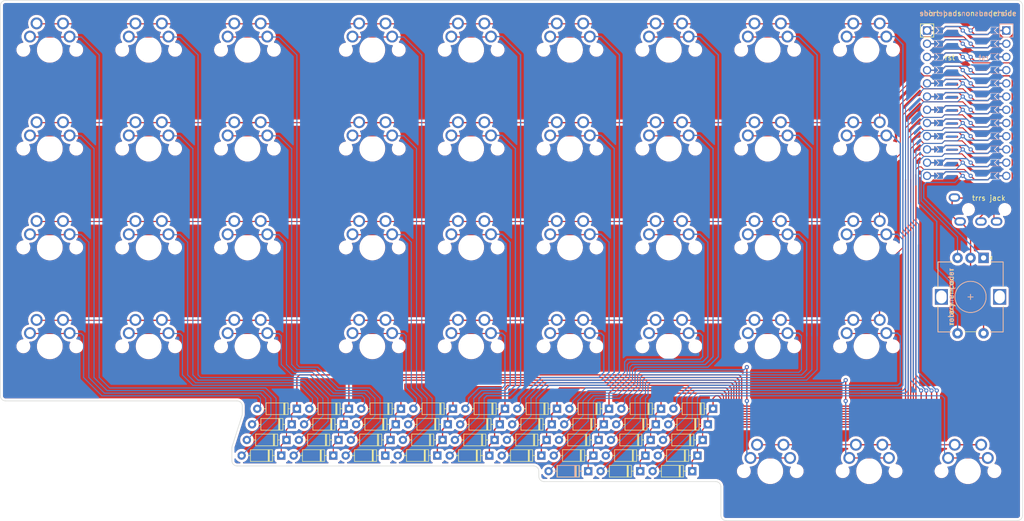
<source format=kicad_pcb>
(kicad_pcb (version 20211014) (generator pcbnew)
  (layers (0 "F.Cu" signal) (31 "B.Cu" signal) (34 "B.Paste" user) (35 "F.Paste" user) (36 "B.SilkS" user "B.Silkscreen") (37 "F.SilkS" user "F.Silkscreen") (38 "B.Mask" user) (39 "F.Mask" user) (44 "Edge.Cuts" user))
  (net 0 "")
  (footprint "Diode_THT:D_DO-35_SOD27_P7.62mm_Horizontal" (layer "F.Cu") (at 77.5 97 180)
    (fp_text reference "R" hide)
    (fp_text value "d" hide)
  )
  (footprint "MX" (layer "F.Cu") (at 41 22)
    (fp_text reference "S14" hide)
    (fp_text value "" hide)
  )
  (footprint "Diode_THT:D_DO-35_SOD27_P7.62mm_Horizontal" (layer "F.Cu") (at 66.5 100 180)
    (fp_text reference "R" hide)
    (fp_text value "d" hide)
  )
  (footprint "Diode_THT:D_DO-35_SOD27_P7.62mm_Horizontal" (layer "F.Cu") (at 76.5 100 180)
    (fp_text reference "R" hide)
    (fp_text value "d" hide)
  )
  (footprint "MX" (layer "F.Cu") (at 60 60)
    (fp_text reference "S14" hide)
    (fp_text value "" hide)
  )
  (footprint "MX" (layer "F.Cu") (at 179 22)
    (fp_text reference "S14" hide)
    (fp_text value "" hide)
  )
  (footprint "Diode_THT:D_DO-35_SOD27_P7.62mm_Horizontal" (layer "F.Cu") (at 137.5 97 180)
    (fp_text reference "R" hide)
    (fp_text value "d" hide)
  )
  (footprint "Diode_THT:D_DO-35_SOD27_P7.62mm_Horizontal" (layer "F.Cu") (at 106.5 100 180)
    (fp_text reference "R" hide)
    (fp_text value "d" hide)
  )
  (footprint "Diode_THT:D_DO-35_SOD27_P7.62mm_Horizontal" (layer "F.Cu") (at 118.5 94 180)
    (fp_text reference "R" hide)
    (fp_text value "d" hide)
  )
  (footprint "Diode_THT:D_DO-35_SOD27_P7.62mm_Horizontal" (layer "F.Cu") (at 107.5 97 180)
    (fp_text reference "R" hide)
    (fp_text value "d" hide)
  )
  (footprint "MX" (layer "F.Cu") (at 84 60)
    (fp_text reference "S14" hide)
    (fp_text value "" hide)
  )
  (footprint "Diode_THT:D_DO-35_SOD27_P7.62mm_Horizontal" (layer "F.Cu") (at 148.5 94 180)
    (fp_text reference "R" hide)
    (fp_text value "d" hide)
  )
  (footprint "MX" (layer "F.Cu") (at 179 79)
    (fp_text reference "S14" hide)
    (fp_text value "" hide)
  )
  (footprint "MX" (layer "F.Cu") (at 122 79)
    (fp_text reference "S14" hide)
    (fp_text value "" hide)
  )
  (footprint "MX" (layer "F.Cu") (at 22 60)
    (fp_text reference "S14" hide)
    (fp_text value "" hide)
  )
  (footprint "MX" (layer "F.Cu") (at 41 79)
    (fp_text reference "S14" hide)
    (fp_text value "" hide)
  )
  (footprint "Rotary_Encoder:RotaryEncoder_Alps_EC12E-Switch_Vertical_H20mm" (layer "F.Cu") (at 201.5 62 -90)
    (fp_text reference "rotary encoder")
    (fp_text value "RotaryEncoder_Alps_EC12E-Switch_Vertical_H20mm")
  )
  (footprint "MX" (layer "F.Cu") (at 103 41)
    (fp_text reference "S14" hide)
    (fp_text value "" hide)
  )
  (footprint "MX" (layer "F.Cu") (at 198.5 103)
    (fp_text reference "S14" hide)
    (fp_text value "" hide)
  )
  (footprint "Diode_THT:D_DO-35_SOD27_P7.62mm_Horizontal" (layer "F.Cu") (at 78.5 94 180)
    (fp_text reference "R" hide)
    (fp_text value "d" hide)
  )
  (footprint "Diode_THT:D_DO-35_SOD27_P7.62mm_Horizontal" (layer "F.Cu") (at 86.5 100 180)
    (fp_text reference "R" hide)
    (fp_text value "d" hide)
  )
  (footprint "Diode_THT:D_DO-35_SOD27_P7.62mm_Horizontal" (layer "F.Cu") (at 126.5 100 180)
    (fp_text reference "R" hide)
    (fp_text value "d" hide)
  )
  (footprint "TRRS-PJ-320A-dual" (layer "F.Cu") (at 207.2 55 -90)
    (fp_text reference "trrs jack")
    (fp_text value "TRRS-PJ-320A-dual" hide)
  )
  (footprint "Diode_THT:D_DO-35_SOD27_P7.62mm_Horizontal" (layer "F.Cu") (at 145.5 103 180)
    (fp_text reference "R" hide)
    (fp_text value "d" hide)
  )
  (footprint "Diode_THT:D_DO-35_SOD27_P7.62mm_Horizontal" (layer "F.Cu") (at 129.5 91 180)
    (fp_text reference "R" hide)
    (fp_text value "d" hide)
  )
  (footprint "MX" (layer "F.Cu") (at 141 60)
    (fp_text reference "S14" hide)
    (fp_text value "" hide)
  )
  (footprint "MX" (layer "F.Cu") (at 84 79)
    (fp_text reference "S14" hide)
    (fp_text value "" hide)
  )
  (footprint "MX" (layer "F.Cu") (at 84 22)
    (fp_text reference "S14" hide)
    (fp_text value "" hide)
  )
  (footprint "MX" (layer "F.Cu") (at 60 41)
    (fp_text reference "S14" hide)
    (fp_text value "" hide)
  )
  (footprint "Diode_THT:D_DO-35_SOD27_P7.62mm_Horizontal" (layer "F.Cu") (at 119.5 91 180)
    (fp_text reference "R" hide)
    (fp_text value "d" hide)
  )
  (footprint "Diode_THT:D_DO-35_SOD27_P7.62mm_Horizontal" (layer "F.Cu") (at 147.5 97 180)
    (fp_text reference "R" hide)
    (fp_text value "d" hide)
  )
  (footprint "MX" (layer "F.Cu") (at 60 22)
    (fp_text reference "S14" hide)
    (fp_text value "" hide)
  )
  (footprint "MX" (layer "F.Cu") (at 141 41)
    (fp_text reference "S14" hide)
    (fp_text value "" hide)
  )
  (footprint "Diode_THT:D_DO-35_SOD27_P7.62mm_Horizontal" (layer "F.Cu") (at 96.5 99.992834 180)
    (fp_text reference "R" hide)
    (fp_text value "d" hide)
  )
  (footprint "Diode_THT:D_DO-35_SOD27_P7.62mm_Horizontal" (layer "F.Cu") (at 146.5 100 180)
    (fp_text reference "R" hide)
    (fp_text value "d" hide)
  )
  (footprint "MX" (layer "F.Cu") (at 22 79)
    (fp_text reference "S14" hide)
    (fp_text value "" hide)
  )
  (footprint "MX" (layer "F.Cu") (at 41 60)
    (fp_text reference "S14" hide)
    (fp_text value "" hide)
  )
  (footprint "MX" (layer "F.Cu") (at 141 79)
    (fp_text reference "S14" hide)
    (fp_text value "" hide)
  )
  (footprint "Diode_THT:D_DO-35_SOD27_P7.62mm_Horizontal" (layer "F.Cu") (at 68.5 94 180)
    (fp_text reference "R" hide)
    (fp_text value "d" hide)
  )
  (footprint "Diode_THT:D_DO-35_SOD27_P7.62mm_Horizontal" (layer "F.Cu") (at 97.5 96.992834 180)
    (fp_text reference "R" hide)
    (fp_text value "d" hide)
  )
  (footprint "Diode_THT:D_DO-35_SOD27_P7.62mm_Horizontal" (layer "F.Cu") (at 98.5 93.992834 180)
    (fp_text reference "R" hide)
    (fp_text value "d" hide)
  )
  (footprint "Diode_THT:D_DO-35_SOD27_P7.62mm_Horizontal" (layer "F.Cu") (at 109.5 91 180)
    (fp_text reference "R" hide)
    (fp_text value "d" hide)
  )
  (footprint "Diode_THT:D_DO-35_SOD27_P7.62mm_Horizontal" (layer "F.Cu") (at 117.5 97 180)
    (fp_text reference "R" hide)
    (fp_text value "d" hide)
  )
  (footprint "Diode_THT:D_DO-35_SOD27_P7.62mm_Horizontal" (layer "F.Cu") (at 136.5 100 180)
    (fp_text reference "R" hide)
    (fp_text value "d" hide)
  )
  (footprint "MX" (layer "F.Cu") (at 103 60)
    (fp_text reference "S14" hide)
    (fp_text value "" hide)
  )
  (footprint "MX" (layer "F.Cu") (at 179 60)
    (fp_text reference "S14" hide)
    (fp_text value "" hide)
  )
  (footprint "Diode_THT:D_DO-35_SOD27_P7.62mm_Horizontal" (layer "F.Cu") (at 116.5 100 180)
    (fp_text reference "R" hide)
    (fp_text value "d" hide)
  )
  (footprint "Diode_THT:D_DO-35_SOD27_P7.62mm_Horizontal" (layer "F.Cu") (at 139.5 91 180)
    (fp_text reference "R" hide)
    (fp_text value "d" hide)
  )
  (footprint "Diode_THT:D_DO-35_SOD27_P7.62mm_Horizontal" (layer "F.Cu") (at 79.5 91 180)
    (fp_text reference "R" hide)
    (fp_text value "d" hide)
  )
  (footprint "Diode_THT:D_DO-35_SOD27_P7.62mm_Horizontal" (layer "F.Cu") (at 135.5 103 180)
    (fp_text reference "R" hide)
    (fp_text value "d" hide)
  )
  (footprint "Diode_THT:D_DO-35_SOD27_P7.62mm_Horizontal" (layer "F.Cu") (at 69.5 91 180)
    (fp_text reference "R" hide)
    (fp_text value "d" hide)
  )
  (footprint "MX" (layer "F.Cu") (at 60 79)
    (fp_text reference "S14" hide)
    (fp_text value "" hide)
  )
  (footprint "MX" (layer "F.Cu") (at 41 41)
    (fp_text reference "S14" hide)
    (fp_text value "" hide)
  )
  (footprint "Diode_THT:D_DO-35_SOD27_P7.62mm_Horizontal" (layer "F.Cu") (at 125.5 103 180)
    (fp_text reference "R" hide)
    (fp_text value "d" hide)
  )
  (footprint "Diode_THT:D_DO-35_SOD27_P7.62mm_Horizontal" (layer "F.Cu") (at 128.5 94 180)
    (fp_text reference "R" hide)
    (fp_text value "d" hide)
  )
  (footprint "MX" (layer "F.Cu") (at 122 22)
    (fp_text reference "S14" hide)
    (fp_text value "" hide)
  )
  (footprint "MX" (layer "F.Cu") (at 179 41)
    (fp_text reference "S14" hide)
    (fp_text value "" hide)
  )
  (footprint "MX" (layer "F.Cu") (at 122 60)
    (fp_text reference "S14" hide)
    (fp_text value "" hide)
  )
  (footprint "Diode_THT:D_DO-35_SOD27_P7.62mm_Horizontal" (layer "F.Cu") (at 99.5 90.992834 180)
    (fp_text reference "R" hide)
    (fp_text value "d" hide)
  )
  (footprint "MX" (layer "F.Cu") (at 160 22)
    (fp_text reference "S14" hide)
    (fp_text value "" hide)
  )
  (footprint "Diode_THT:D_DO-35_SOD27_P7.62mm_Horizontal" (layer "F.Cu") (at 88.5 94 180)
    (fp_text reference "R" hide)
    (fp_text value "d" hide)
  )
  (footprint "MX" (layer "F.Cu") (at 103 22)
    (fp_text reference "S14" hide)
    (fp_text value "" hide)
  )
  (footprint "Diode_THT:D_DO-35_SOD27_P7.62mm_Horizontal" (layer "F.Cu") (at 108.5 94 180)
    (fp_text reference "R" hide)
    (fp_text value "d" hide)
  )
  (footprint "MX" (layer "F.Cu") (at 160.5 103)
    (fp_text reference "S14" hide)
    (fp_text value "" hide)
  )
  (footprint "MX" (layer "F.Cu") (at 160 60)
    (fp_text reference "S14" hide)
    (fp_text value "" hide)
  )
  (footprint "Diode_THT:D_DO-35_SOD27_P7.62mm_Horizontal" (layer "F.Cu") (at 149.5 91 180)
    (fp_text reference "R" hide)
    (fp_text value "d" hide)
  )
  (footprint "MX" (layer "F.Cu") (at 22 22)
    (fp_text reference "S14" hide)
    (fp_text value "" hide)
  )
  (footprint "MX" (layer "F.Cu") (at 122 41)
    (fp_text reference "S14" hide)
    (fp_text value "" hide)
  )
  (footprint "MX" (layer "F.Cu") (at 84 41)
    (fp_text reference "S14" hide)
    (fp_text value "" hide)
  )
  (footprint "Diode_THT:D_DO-35_SOD27_P7.62mm_Horizontal" (layer "F.Cu") (at 67.5 97 180)
    (fp_text reference "R" hide)
    (fp_text value "d" hide)
  )
  (footprint "MX" (layer "F.Cu") (at 160 79)
    (fp_text reference "S14" hide)
    (fp_text value "" hide)
  )
  (footprint "Diode_THT:D_DO-35_SOD27_P7.62mm_Horizontal" (layer "F.Cu") (at 138.5 94 180)
    (fp_text reference "R" hide)
    (fp_text value "d" hide)
  )
  (footprint "Diode_THT:D_DO-35_SOD27_P7.62mm_Horizontal" (layer "F.Cu") (at 89.5 91 180)
    (fp_text reference "R" hide)
    (fp_text value "d" hide)
  )
  (footprint "MX" (layer "F.Cu") (at 179.5 103)
    (fp_text reference "S14" hide)
    (fp_text value "" hide)
  )
  (footprint "Diode_THT:D_DO-35_SOD27_P7.62mm_Horizontal" (layer "F.Cu") (at 127.5 97 180)
    (fp_text reference "R" hide)
    (fp_text value "d" hide)
  )
  (footprint "Diode_THT:D_DO-35_SOD27_P7.62mm_Horizontal" (layer "F.Cu") (at 87.5 97 180)
    (fp_text reference "R" hide)
    (fp_text value "d" hide)
  )
  (footprint "MX" (layer "F.Cu") (at 141 22)
    (fp_text reference "S14" hide)
    (fp_text value "" hide)
  )
  (footprint "MX" (layer "F.Cu") (at 103 79)
    (fp_text reference "S14" hide)
    (fp_text value "" hide)
  )
  (footprint "MX" (layer "F.Cu") (at 22 41)
    (fp_text reference "S14" hide)
    (fp_text value "" hide)
  )
  (footprint "ProMicro" (layer "F.Cu") (at 198.262 32.259 -90)
    (fp_text reference "MCU1" hide)
    (fp_text value "")
  )
  (footprint "MX" (layer "F.Cu") (at 160 41)
    (fp_text reference "S14" hide)
    (fp_text value "" hide)
  )
  (gr_line (start 202.75 76.25) (end 205.25 76.25) (layer "B.SilkS") (width 0.15))
  (gr_line (start 203 62.75) (end 205.25 62.75) (layer "B.SilkS") (width 0.15))
  (gr_line (start 205.25 76.25) (end 205.25 71.5) (layer "B.SilkS") (width 0.15))
  (gr_line (start 205.25 62.75) (end 205.25 67.5) (layer "B.SilkS") (width 0.15))
  (gr_circle (center 199 69.5) (end 202 69.5) (layer "B.SilkS") (width 0.15) (fill none))
  (gr_line (start 198.5 69.5) (end 199.5 69.5) (layer "B.SilkS") (width 0.15))
  (gr_line (start 192.75 76) (end 192.75 76.25) (layer "B.SilkS") (width 0.15))
  (gr_line (start 199 69) (end 199 70) (layer "B.SilkS") (width 0.15))
  (gr_line (start 192.75 76.25) (end 195.25 76.25) (layer "B.SilkS") (width 0.15))
  (gr_line (start 192.75 71.5) (end 192.75 76) (layer "B.SilkS") (width 0.15))
  (gr_line (start 195.25 62.75) (end 192.75 62.75) (layer "B.SilkS") (width 0.15))
  (gr_line (start 192.75 62.75) (end 192.75 67.5) (layer "B.SilkS") (width 0.15))
  (gr_arc (start 58 102) (mid 57.292893 101.707107) (end 57 101) (layer "Edge.Cuts") (width 0.1))
  (gr_arc (start 13.5 89.5) (mid 12.792893 89.207107) (end 12.5 88.5) (layer "Edge.Cuts") (width 0.1))
  (gr_arc (start 209 111.5) (mid 208.707107 112.207107) (end 208 112.5) (layer "Edge.Cuts") (width 0.1))
  (gr_arc (start 150 105) (mid 150.707107 105.292893) (end 151 106) (layer "Edge.Cuts") (width 0.1))
  (gr_line (start 152 112.5) (end 208 112.5) (layer "Edge.Cuts") (width 0.1))
  (gr_arc (start 117 105) (mid 116.292893 104.707107) (end 116 104) (layer "Edge.Cuts") (width 0.1))
  (gr_line (start 57 98.5) (end 57 101) (layer "Edge.Cuts") (width 0.1))
  (gr_line (start 116 103) (end 116 104) (layer "Edge.Cuts") (width 0.1))
  (gr_arc (start 57 98.5) (mid 57.026751 98.270247) (end 57.105573 98.052786) (layer "Edge.Cuts") (width 0.1))
  (gr_line (start 151 106) (end 151 111.5) (layer "Edge.Cuts") (width 0.1))
  (gr_line (start 209 13.5) (end 209 111.5) (layer "Edge.Cuts") (width 0.1))
  (gr_line (start 59 90.5) (end 59 92) (layer "Edge.Cuts") (width 0.1))
  (gr_arc (start 208 12.5) (mid 208.707107 12.792893) (end 209 13.5) (layer "Edge.Cuts") (width 0.1))
  (gr_arc (start 59 92) (mid 58.973249 92.229753) (end 58.894427 92.447214) (layer "Edge.Cuts") (width 0.1))
  (gr_arc (start 12.5 13.5) (mid 12.792893 12.792893) (end 13.5 12.5) (layer "Edge.Cuts") (width 0.1))
  (gr_line (start 13.5 89.5) (end 58 89.5) (layer "Edge.Cuts") (width 0.1))
  (gr_line (start 12.5 13.5) (end 12.5 88.5) (layer "Edge.Cuts") (width 0.1))
  (gr_line (start 208 12.5) (end 13.5 12.5) (layer "Edge.Cuts") (width 0.1))
  (gr_line (start 58.894427 92.447214) (end 57.105573 98.052786) (layer "Edge.Cuts") (width 0.1))
  (gr_arc (start 58 89.5) (mid 58.707107 89.792893) (end 59 90.5) (layer "Edge.Cuts") (width 0.1))
  (gr_line (start 117 105) (end 150 105) (layer "Edge.Cuts") (width 0.1))
  (gr_arc (start 115 102) (mid 115.707107 102.292893) (end 116 103) (layer "Edge.Cuts") (width 0.1))
  (gr_arc (start 152 112.5) (mid 151.292893 112.207107) (end 151 111.5) (layer "Edge.Cuts") (width 0.1))
  (gr_line (start 115 102) (end 58 102) (layer "Edge.Cuts") (width 0.1))
  (gr_text "rotary encoder" (at 195.25 69.5 90) (layer "B.SilkS") (effects (font (size 1 1)) (justify mirror)))
  (gr_text "short pads on underside" (at 198.5 15) (layer "B.SilkS") (effects (font (size 1 1)) (justify mirror)))
  (gr_text "rst" (at 201.5 23.5) (layer "B.SilkS") (effects (font (size 1 1)) (justify mirror)))
  (gr_text "short pads on underside" (at 198.5 15) (layer "F.SilkS") (effects (font (size 1 1))))
  (gr_text "rst\n" (at 195 23.5) (layer "F.SilkS") (effects (font (size 1 1))))
  (segment (start 153.5 92.5) (end 187.5 92.5) (width 0.25) (layer "F.Cu") (net 0))
  (segment (start 108.5 94) (end 108.5 92) (width 0.25) (layer "F.Cu") (net 0))
  (segment (start 137.23 19.54) (end 144.85 19.54) (width 0.2) (layer "F.Cu") (net 0))
  (segment (start 156 99.77) (end 156.69 100.46) (width 0.2) (layer "F.Cu") (net 0))
  (segment (start 107.5 95) (end 108.5 94) (width 0.25) (layer "F.Cu") (net 0))
  (segment (start 38.5 36) (end 43.58 36) (width 0.2) (layer "F.Cu") (net 0))
  (segment (start 156.69 100.46) (end 164.31 100.46) (width 0.2) (layer "F.Cu") (net 0))
  (segment (start 184 62) (end 185 61) (width 0.25) (layer "F.Cu") (net 0))
  (segment (start 190 27) (end 189.5 26.5) (width 0.2) (layer "F.Cu") (net 0))
  (segment (start 99.23 19.54) (end 106.85 19.54) (width 0.2) (layer "F.Cu") (net 0))
  (segment (start 199.024 43.689) (end 197.335 42) (width 0.2) (layer "F.Cu") (net 0))
  (segment (start 137.400126 57.54) (end 145.020126 57.54) (width 0.2) (layer "F.Cu") (net 0))
  (segment (start 109.5 87) (end 110 86.5) (width 0.25) (layer "F.Cu") (net 0))
  (segment (start 189 39.5) (end 187.5 41) (width 0.2) (layer "F.Cu") (net 0))
  (segment (start 199.024 38.524) (end 197.5 37) (width 0.2) (layer "F.Cu") (net 0))
  (segment (start 43.58 36) (end 162.58 36) (width 0.2) (layer "F.Cu") (net 0))
  (segment (start 200 27.5) (end 204.5 27.5) (width 0.25) (layer "F.Cu") (net 0))
  (segment (start 199.5 24.5) (end 199 24) (width 0.2) (layer "F.Cu") (net 0))
  (segment (start 154.5 85.5) (end 154.5 90.5) (width 0.25) (layer "F.Cu") (net 0))
  (segment (start 153.5 91.5) (end 154 92) (width 0.25) (layer "F.Cu") (net 0))
  (segment (start 118.400126 57.54) (end 126.020126 57.54) (width 0.2) (layer "F.Cu") (net 0))
  (segment (start 137.400126 76.54) (end 145.020126 76.54) (width 0.2) (layer "F.Cu") (net 0))
  (segment (start 186 91) (end 187 90) (width 0.25) (layer "F.Cu") (net 0))
  (segment (start 24.750126 55) (end 176.670126 55) (width 0.2) (layer "F.Cu") (net 0))
  (segment (start 110 86.5) (end 152.5 86.5) (width 0.25) (layer "F.Cu") (net 0))
  (segment (start 137.23 38.54) (end 144.85 38.54) (width 0.2) (layer "F.Cu") (net 0))
  (segment (start 151.5 93.5) (end 152 94) (width 0.25) (layer "F.Cu") (net 0))
  (segment (start 184.5 43) (end 182.5 43) (width 0.2) (layer "F.Cu") (net 0))
  (segment (start 181.5 63) (end 182.5 62) (width 0.25) (layer "F.Cu") (net 0))
  (segment (start 118.23 38.54) (end 125.85 38.54) (width 0.2) (layer "F.Cu") (net 0))
  (segment (start 151 89) (end 151 94) (width 0.25) (layer "F.Cu") (net 0))
  (segment (start 116.5 98) (end 117.5 97) (width 0.25) (layer "F.Cu") (net 0))
  (segment (start 56.400126 57.54) (end 64.020126 57.54) (width 0.2) (layer "F.Cu") (net 0))
  (segment (start 81.5 17) (end 86.58 17) (width 0.2) (layer "F.Cu") (net 0))
  (segment (start 137.5 95) (end 138.5 94) (width 0.2) (layer "F.Cu") (net 0))
  (segment (start 202.5 67) (end 199 63.5) (width 0.25) (layer "F.Cu") (net 0))
  (segment (start 57.5 36) (end 62.58 36) (width 0.2) (layer "F.Cu") (net 0))
  (segment (start 138.5 94) (end 138.5 92) (width 0.2) (layer "F.Cu") (net 0))
  (segment (start 175.23 19.54) (end 182.85 19.54) (width 0.2) (layer "F.Cu") (net 0))
  (segment (start 155 90) (end 155.5 90.5) (width 0.25) (layer "F.Cu") (net 0))
  (segment (start 197.5 37) (end 194 37) (width 0.2) (layer "F.Cu") (net 0))
  (segment (start 188 91) (end 188 57) (width 0.25) (layer "F.Cu") (net 0))
  (segment (start 18.23 38.54) (end 25.85 38.54) (width 0.2) (layer "F.Cu") (net 0))
  (segment (start 204.5 27.5) (end 205 27) (width 0.25) (layer "F.Cu") (net 0))
  (segment (start 188 43) (end 188 57) (width 0.2) (layer "F.Cu") (net 0))
  (segment (start 87.5 97) (end 87.5 95) (width 0.2) (layer "F.Cu") (net 0))
  (segment (start 199 27.5) (end 200 27.5) (width 0.2) (layer "F.Cu") (net 0))
  (segment (start 199 23.393) (end 199.024 23.369) (width 0.2) (layer "F.Cu") (net 0))
  (segment (start 189 42) (end 188 43) (width 0.2) (layer "F.Cu") (net 0))
  (segment (start 70 84.5) (end 154.5 84.5) (width 0.25) (layer "F.Cu") (net 0))
  (segment (start 18.400126 57.54) (end 26.020126 57.54) (width 0.2) (layer "F.Cu") (net 0))
  (segment (start 151.5 87.5) (end 152 88) (width 0.25) (layer "F.Cu") (net 0))
  (segment (start 98.5 93.992834) (end 98.5 91.992834) (width 0.25) (layer "F.Cu") (net 0))
  (segment (start 88.5 94) (end 88.5 92) (width 0.2) (layer "F.Cu") (net 0))
  (segment (start 197.455 34.5) (end 194 34.5) (width 0.2) (layer "F.Cu") (net 0))
  (segment (start 100.670126 74) (end 105.750126 74) (width 0.2) (layer "F.Cu") (net 0))
  (segment (start 186.5 91.5) (end 187.5 90.5) (width 0.25) (layer "F.Cu") (net 0))
  (segment (start 89.5 86) (end 90 85.5) (width 0.25) (layer "F.Cu") (net 0))
  (segment (start 145.5 101) (end 146.5 100) (width 0.2) (layer "F.Cu") (net 0))
  (segment (start 188.5 45) (end 188.5 46) (width 0.2) (layer "F.Cu") (net 0))
  (segment (start 175.23 38.54) (end 182.85 38.54) (width 0.2) (layer "F.Cu") (net 0))
  (segment (start 68.5 92) (end 69.5 91) (width 0.2) (layer "F.Cu") (net 0))
  (segment (start 190.5 91.5) (end 190.5 87.5) (width 0.25) (layer "F.Cu") (net 0))
  (segment (start 189.5 39.5) (end 189 39.5) (width 0.2) (layer "F.Cu") (net 0))
  (segment (start 154.5 90.5) (end 155 91) (width 0.25) (layer "F.Cu") (net 0))
  (segment (start 201.5 73) (end 202.5 72) (width 0.25) (layer "F.Cu") (net 0))
  (segment (start 139.5 88.5) (end 140 88) (width 0.25) (layer "F.Cu") (net 0))
  (segment (start 149.5 91) (end 149.5 89) (width 0.25) (layer "F.Cu") (net 0))
  (segment (start 76.5 100) (end 76.5 98) (width 0.2) (layer "F.Cu") (net 0))
  (segment (start 127.5 97) (end 127.5 95) (width 0.2) (layer "F.Cu") (net 0))
  (segment (start 38.5 17) (end 43.58 17) (width 0.2) (layer "F.Cu") (net 0))
  (segment (start 153.5 86.5) (end 153.5 91.5) (width 0.25) (layer "F.Cu") (net 0))
  (segment (start 97.5 96.992834) (end 97.5 94.992834) (width 0.25) (layer "F.Cu") (net 0))
  (segment (start 151.5 88.5) (end 151.5 93.5) (width 0.25) (layer "F.Cu") (net 0))
  (segment (start 187 90) (end 187 57) (width 0.25) (layer "F.Cu") (net 0))
  (segment (start 182.5 43) (end 181.5 44) (width 0.2) (layer "F.Cu") (net 0))
  (segment (start 140 88) (end 151 88) (width 0.25) (layer "F.Cu") (net 0))
  (segment (start 189.5 42) (end 189 42) (width 0.2) (layer "F.Cu") (net 0))
  (segment (start 195.96 97.92) (end 201.04 97.92) (width 0.2) (layer "F.Cu") (net 0))
  (segment (start 152.5 86.5) (end 153 87) (width 0.25) (layer "F.Cu") (net 0))
  (segment (start 79.5 85.5) (end 80 85) (width 0.25) (layer "F.Cu") (net 0))
  (segment (start 188.5 46) (end 188.5 48) (width 0.2) (layer "F.Cu") (net 0))
  (segment (start 90 85.5) (end 153.5 85.5) (width 0.25) (layer "F.Cu") (net 0))
  (segment (start 80.400126 57.54) (end 88.020126 57.54) (width 0.2) (layer "F.Cu") (net 0))
  (segment (start 153 87) (end 153 92) (width 0.25) (layer "F.Cu") (net 0))
  (segment (start 199.024 38.609) (end 199.024 38.524) (width 0.2) (layer "F.Cu") (net 0))
  (segment (start 130 87.5) (end 151.5 87.5) (width 0.25) (layer "F.Cu") (net 0))
  (segment (start 68.5 94) (end 68.5 92) (width 0.2) (layer "F.Cu") (net 0))
  (segment (start 182.5 62) (end 184 62) (width 0.25) (layer "F.Cu") (net 0))
  (segment (start 199 62) (end 199 57) (width 0.25) (layer "F.Cu") (net 0))
  (segment (start 162.58 36) (end 176.5 36) (width 0.2) (layer "F.Cu") (net 0))
  (segment (start 156.400126 57.54) (end 164.020126 57.54) (width 0.2) (layer "F.Cu") (net 0))
  (segment (start 118.23 19.54) (end 125.85 19.54) (width 0.2) (layer "F.Cu") (net 0))
  (segment (start 152.5 87.5) (end 152.5 92.5) (width 0.25) (layer "F.Cu") (net 0))
  (segment (start 185.5 42) (end 184.5 43) (width 0.2) (layer "F.Cu") (net 0))
  (segment (start 199.024 33.529) (end 197.495 32) (width 0.2) (layer "F.Cu") (net 0))
  (segment (start 189.5 94.5) (end 192.5 91.5) (width 0.25) (layer "F.Cu") (net 0))
  (segment (start 199.024 41.149) (end 197.375 39.5) (width 0.2) (layer "F.Cu") (net 0))
  (segment (start 86.58 17) (end 100.5 17) (width 0.2) (layer "F.Cu") (net 0))
  (segment (start 96.5 97.992834) (end 97.5 96.992834) (width 0.25) (layer "F.Cu") (net 0))
  (segment (start 207.007 27.507) (end 207.007 46.993) (width 0.25) (layer "F.Cu") (net 0))
  (segment (start 194 42) (end 193.5 42.5) (width 0.2) (layer "F.Cu") (net 0))
  (segment (start 189.5 20) (end 186.42 16.92) (width 0.2) (layer "F.Cu") (net 0))
  (segment (start 67.5 95) (end 68.5 94) (width 0.2) (layer "F.Cu") (net 0))
  (segment (start 106.5 100) (end 106.5 98) (width 0.25) (layer "F.Cu") (net 0))
  (segment (start 187 92) (end 188 91) (width 0.25) (layer "F.Cu") (net 0))
  (segment (start 80.23 19.54) (end 87.85 19.54) (width 0.2) (layer "F.Cu") (net 0))
  (segment (start 81.5 36) (end 86.58 36) (width 0.2) (layer "F.Cu") (net 0))
  (segment (start 109.5 91) (end 109.5 87) (width 0.25) (layer "F.Cu") (net 0))
  (segment (start 119.5 87.5) (end 120 87) (width 0.25) (layer "F.Cu") (net 0))
  (segment (start 128.5 94) (end 128.5 92) (width 0.2) (layer "F.Cu") (net 0))
  (segment (start 69.5 91) (end 69.5 85) (width 0.25) (layer "F.Cu") (net 0))
  (segment (start 154 92) (end 187 92) (width 0.25) (layer "F.Cu") (net 0))
  (segment (start 129.5 88) (end 130 87.5) (width 0.25) (layer "F.Cu") (net 0))
  (segment (start 189 26.5) (end 181.54 33.96) (width 0.2) (layer "F.Cu") (net 0))
  (segment (start 67.5 97) (end 67.5 95) (width 0.2) (layer "F.Cu") (net 0))
  (segment (start 138.5 92) (end 139.5 91) (width 0.2) (layer "F.Cu") (net 0))
  (segment (start 146.5 98) (end 147.5 97) (width 0.2) (layer "F.Cu") (net 0))
  (segment (start 100 86) (end 153 86) (width 0.25) (layer "F.Cu") (net 0))
  (segment (start 197.335 42) (end 194 42) (width 0.2) (layer "F.Cu") (net 0))
  (segment (start 56.23 19.54) (end 63.85 19.54) (width 0.2) (layer "F.Cu") (net 0))
  (segment (start 18.400126 76.54) (end 26.020126 76.54) (width 0.2) (layer "F.Cu") (net 0))
  (segment (start 181.5 44) (end 181.5 54.88) (width 0.2) (layer "F.Cu") (net 0))
  (segment (start 148.5 94) (end 148.5 92) (width 0.2) (layer "F.Cu") (net 0))
  (segment (start 78.5 92) (end 79.5 91) (width 0.2) (layer "F.Cu") (net 0))
  (segment (start 128.5 92) (end 129.5 91) (width 0.2) (layer "F.Cu") (net 0))
  (segment (start 155 91) (end 186 91) (width 0.25) (layer "F.Cu") (net 0))
  (segment (start 78.5 94) (end 78.5 92) (width 0.2) (layer "F.Cu") (net 0))
  (segment (start 157.96 97.92) (end 163.04 97.92) (width 0.2) (layer "F.Cu") (net 0))
  (segment (start 193.5 40) (end 190 40) (width 0.2) (layer "F.Cu") (net 0))
  (segment (start 197.695 19.5) (end 190 19.5) (width 0.2) (layer "F.Cu") (net 0))
  (segment (start 199.024 30.989) (end 197.535 29.5) (width 0.2) (layer "F.Cu") (net 0))
  (segment (start 125.5 101) (end 126.5 100) (width 0.2) (layer "F.Cu") (net 0))
  (segment (start 118.400126 76.54) (end 126.020126 76.54) (width 0.2) (layer "F.Cu") (net 0))
  (segment (start 57.5 17) (end 62.58 17) (width 0.2) (layer "F.Cu") (net 0))
  (segment (start 124.58 17) (end 138.5 17) (width 0.2) (layer "F.Cu") (net 0))
  (segment (start 189.5 37) (end 189 37) (width 0.2) (layer "F.Cu") (net 0))
  (segment (start 199.024 36.069) (end 197.455 34.5) (width 0.2) (layer "F.Cu") (net 0))
  (segment (start 175 85.5) (end 175 89.5) (width 0.25) (layer "F.Cu") (net 0))
  (segment (start 203.5 50.5) (end 196.5 50.5) (width 0.25) (layer "F.Cu") (net 0))
  (segment (start 196.5 50.5) (end 196.4 50.4) (width 0.25) (layer "F.Cu") (net 0))
  (segment (start 155 85) (end 155 90) (width 0.25) (layer "F.Cu") (net 0))
  (segment (start 186.5 37) (end 186.5 47) (width 0.2) (layer "F.Cu") (net 0))
  (segment (start 138.5 17) (end 143.58 17) (width 0.2) (layer "F.Cu") (net 0))
  (segment (start 56.400126 76.54) (end 64.020126 76.54) (width 0.2) (layer "F.Cu") (net 0))
  (segment (start 154.5 91.5) (end 186.5 91.5) (width 0.25) (layer "F.Cu") (net 0))
  (segment (start 189 34.5) (end 186.5 37) (width 0.2) (layer "F.Cu") (net 0))
  (segment (start 116.5 100) (end 116.5 98) (width 0.25) (layer "F.Cu") (net 0))
  (segment (start 175 99.77) (end 175.69 100.46) (width 0.2) (layer "F.Cu") (net 0))
  (segment (start 56.23 38.54) (end 63.85 38.54) (width 0.2) (layer "F.Cu") (net 0))
  (segment (start 199.024 46.229) (end 197.795 45) (width 0.2) (layer "F.Cu") (net 0))
  (segment (start 152 94) (end 189 94) (width 0.25) (layer "F.Cu") (net 0))
  (segment (start 195.45 53.9) (end 196.55 55) (width 0.25) (layer "F.Cu") (net 0))
  (segment (start 189.5 31.5) (end 189 31.5) (width 0.2) (layer "F.Cu") (net 0))
  (segment (start 200.313 17) (end 207.5 17) (width 0.2) (layer "F.Cu") (net 0))
  (segment (start 190 37.5) (end 189.5 37) (width 0.2) (layer "F.Cu") (net 0))
  (segment (start 138.670126 74) (end 143.750126 74) (width 0.2) (layer "F.Cu") (net 0))
  (segment (start 99.5 86.5) (end 100 86) (width 0.25) (layer "F.Cu") (net 0))
  (segment (start 157.670126 74) (end 162.750126 74) (width 0.2) (layer "F.Cu") (net 0))
  (segment (start 119.5 36) (end 124.58 36) (width 0.2) (layer "F.Cu") (net 0))
  (segment (start 186 60) (end 185 61) (width 0.2) (layer "F.Cu") (net 0))
  (segment (start 197.795 45) (end 190 45) (width 0.2) (layer "F.Cu") (net 0))
  (segment (start 200.3 54.7) (end 200.3 55) (width 0.25) (layer "F.Cu") (net 0))
  (segment (start 199.024 20.829) (end 197.695 19.5) (width 0.2) (layer "F.Cu") (net 0))
  (segment (start 81.670126 55) (end 86.750126 55) (width 0.2) (layer "F.Cu") (net 0))
  (segment (start 187.5 92.5) (end 188.5 91.5) (width 0.25) (layer "F.Cu") (net 0))
  (segment (start 186.42 16.92) (end 181.54 16.92) (width 0.2) (layer "F.Cu") (net 0))
  (segment (start 100.5 17) (end 105.58 17) (width 0.2) (layer "F.Cu") (net 0))
  (segment (start 86.5 100) (end 86.5 98) (width 0.2) (layer "F.Cu") (net 0))
  (segment (start 176.96 97.92) (end 182.04 97.92) (width 0.2) (layer "F.Cu") (net 0))
  (segment (start 199.5 27.5) (end 200 27.5) (width 0.25) (layer "F.Cu") (net 0))
  (segment (start 199 24) (end 199 23.393) (width 0.2) (layer "F.Cu") (net 0))
  (segment (start 37.400126 57.54) (end 45.020126 57.54) (width 0.2) (layer "F.Cu") (net 0))
  (segment (start 97.5 94.992834) (end 98.5 93.992834) (width 0.25) (layer "F.Cu") (net 0))
  (segment (start 19.5 36) (end 24.58 36) (width 0.2) (layer "F.Cu") (net 0))
  (segment (start 154 85) (end 154.5 85.5) (width 0.25) (layer "F.Cu") (net 0))
  (segment (start 151 94) (end 151.5 94.5) (width 0.25) (layer "F.Cu") (net 0))
  (segment (start 181.5 73.88) (end 181.5 63) (width 0.25) (layer "F.Cu") (net 0))
  (segment (start 120 87) (end 152 87) (width 0.25) (layer "F.Cu") (net 0))
  (segment (start 190 45) (end 189.5 44.5) (width 0.2) (layer "F.Cu") (net 0))
  (segment (start 197.5 25.909) (end 197.5 26) (width 0.2) (layer "F.Cu") (net 0))
  (segment (start 188 93) (end 189.5 91.5) (width 0.25) (layer "F.Cu") (net 0))
  (segment (start 106.5 98) (end 107.5 97) (width 0.25) (layer "F.Cu") (net 0))
  (segment (start 153 86) (end 153.5 86.5) (width 0.25) (layer "F.Cu") (net 0))
  (segment (start 136.5 100) (end 136.5 98) (width 0.2) (layer "F.Cu") (net 0))
  (segment (start 190 42.5) (end 189.5 42) (width 0.2) (layer "F.Cu") (net 0))
  (segment (start 147.5 95) (end 148.5 94) (width 0.2) (layer "F.Cu") (net 0))
  (segment (start 189 29) (end 185.5 32.5) (width 0.2) (layer "F.Cu") (net 0))
  (segment (start 81.670126 74) (end 86.750126 74) (width 0.2) (layer "F.Cu") (net 0))
  (segment (start 155.5 90.5) (end 185.5 90.5) (width 0.25) (layer "F.Cu") (net 0))
  (segment (start 190 19.5) (end 189.5 20) (width 0.2) (layer "F.Cu") (net 0))
  (segment (start 19.5 17) (end 24.58 17) (width 0.2) (layer "F.Cu") (net 0))
  (segment (start 87.5 95) (end 88.5 94) (width 0.2) (layer "F.Cu") (net 0))
  (segment (start 129.5 91) (end 129.5 88) (width 0.25) (layer "F.Cu") (net 0))
  (segment (start 152 87) (end 152.5 87.5) (width 0.25) (layer "F.Cu") (net 0))
  (segment (start 152 88) (end 152 93) (width 0.25) (layer "F.Cu") (net 0))
  (segment (start 19.670126 74) (end 24.750126 74) (width 0.2) (layer "F.Cu") (net 0))
  (segment (start 181.5 54.88) (end 181.54 54.92) (width 0.2) (layer "F.Cu") (net 0))
  (segment (start 206.5 48.5) (end 200.3 54.7) (width 0.25) (layer "F.Cu") (net 0))
  (segment (start 150.5 88.5) (end 151 89) (width 0.25) (layer "F.Cu") (net 0))
  (segment (start 156 83) (end 156 89.5) (width 0.25) (layer "F.Cu") (net 0))
  (segment (start 199.024 25.909) (end 199.024 25.976) (width 0.25) (layer "F.Cu") (net 0))
  (segment (start 195.45 50.4) (end 195.45 53.9) (width 0.25) (layer "F.Cu") (net 0))
  (segment (start 66.5 100) (end 66.5 98) (width 0.2) (layer "F.Cu") (net 0))
  (segment (start 176.670126 55) (end 181.750126 55) (width 0.2) (layer "F.Cu") (net 0))
  (segment (start 187.5 41) (end 187.5 47) (width 0.2) (layer "F.Cu") (net 0))
  (segment (start 185.5 32.5) (end 185.5 42) (width 0.2) (layer "F.Cu") (net 0))
  (segment (start 146.5 100) (end 146.5 98) (width 0.2) (layer "F.Cu") (net 0))
  (segment (start 190 40) (end 189.5 39.5) (width 0.2) (layer "F.Cu") (net 0))
  (segment (start 98.5 91.992834) (end 99.5 90.992834) (width 0.25) (layer "F.Cu") (net 0))
  (segment (start 151 88) (end 151.5 88.5) (width 0.25) (layer "F.Cu") (net 0))
  (segment (start 196.4 50.4) (end 195.2 50.4) (width 0.25) (layer "F.Cu") (net 0))
  (segment (start 197.535 29.5) (end 190 29.5) (width 0.2) (layer "F.Cu") (net 0))
  (segment (start 149.5 89) (end 150 88.5) (width 0.25) (layer "F.Cu") (net 0))
  (segment (start 148.5 92) (end 149.5 91) (width 0.2) (layer "F.Cu") (net 0))
  (segment (start 117.5 95) (end 118.5 94) (width 0.25) (layer "F.Cu") (net 0))
  (segment (start 77.5 97) (end 77.5 95) (width 0.2) (layer "F.Cu") (net 0))
  (segment (start 152 93) (end 152.5 93.5) (width 0.25) (layer "F.Cu") (net 0))
  (segment (start 157.5 36) (end 162.58 36) (width 0.2) (layer "F.Cu") (net 0))
  (segment (start 127.5 95) (end 128.5 94) (width 0.2) (layer "F.Cu") (net 0))
  (segment (start 189 31.5) (end 186 34.5) (width 0.2) (layer "F.Cu") (net 0))
  (segment (start 86.5 98) (end 87.5 97) (width 0.2) (layer "F.Cu") (net 0))
  (segment (start 88.5 92) (end 89.5 91) (width 0.2) (layer "F.Cu") (net 0))
  (segment (start 126.5 100) (end 126.5 98) (width 0.2) (layer "F.Cu") (net 0))
  (segment (start 191.5 91.5) (end 191.5 87.5) (width 0.25) (layer "F.Cu") (net 0))
  (segment (start 96.5 99.992834) (end 96.5 97.992834) (width 0.25) (layer "F.Cu") (net 0))
  (segment (start 197.375 39.5) (end 194 39.5) (width 0.2) (layer "F.Cu") (net 0))
  (segment (start 38.670126 55) (end 43.750126 55) (width 0.2) (layer "F.Cu") (net 0))
  (segment (start 189 44.5) (end 188.5 45) (width 0.2) (layer "F.Cu") (net 0))
  (segment (start 181.54 73.92) (end 181.5 73.88) (width 0.25) (layer "F.Cu") (net 0))
  (segment (start 175.400126 76.54) (end 183.020126 76.54) (width 0.2) (layer "F.Cu") (net 0))
  (segment (start 135.5 101) (end 136.5 100) (width 0.2) (layer "F.Cu") (net 0))
  (segment (start 157.670126 55) (end 162.750126 55) (width 0.2) (layer "F.Cu") (net 0))
  (segment (start 199 57) (end 197 55) (width 0.25) (layer "F.Cu") (net 0))
  (segment (start 139.5 91) (end 139.5 88.5) (width 0.25) (layer "F.Cu") (net 0))
  (segment (start 119.5 91) (end 119.5 87.5) (width 0.25) (layer "F.Cu") (net 0))
  (segment (start 147.5 97) (end 147.5 95) (width 0.2) (layer "F.Cu") (net 0))
  (segment (start 194 99.77) (end 194.69 100.46) (width 0.2) (layer "F.Cu") (net 0))
  (segment (start 187.5 90.5) (end 187.5 47) (width 0.25) (layer "F.Cu") (net 0))
  (segment (start 24.58 17) (end 38.5 17) (width 0.2) (layer "F.Cu") (net 0))
  (segment (start 154.5 84.5) (end 155 85) (width 0.25) (layer "F.Cu") (net 0))
  (segment (start 207.5 25) (end 207.5 47.5) (width 0.2) (layer "F.Cu") (net 0))
  (segment (start 99.400126 76.54) (end 107.020126 76.54) (width 0.2) (layer "F.Cu") (net 0))
  (segment (start 156.23 19.54) (end 163.85 19.54) (width 0.2) (layer "F.Cu") (net 0))
  (segment (start 199.024 28.449) (end 197.575 27) (width 0.2) (layer "F.Cu") (net 0))
  (segment (start 153 92) (end 153.5 92.5) (width 0.25) (layer "F.Cu") (net 0))
  (segment (start 175.69 100.46) (end 183.31 100.46) (width 0.2) (layer "F.Cu") (net 0))
  (segment (start 189.5 44.5) (end 189 44.5) (width 0.2) (layer "F.Cu") (net 0))
  (segment (start 77.5 95) (end 78.5 94) (width 0.2) (layer "F.Cu") (net 0))
  (segment (start 189.5 34.5) (end 189 34.5) (width 0.2) (layer "F.Cu") (net 0))
  (segment (start 76.5 98) (end 77.5 97) (width 0.2) (layer "F.Cu") (net 0))
  (segment (start 105.58 17) (end 119.5 17) (width 0.2) (layer "F.Cu") (net 0))
  (segment (start 153.5 85.5) (end 154 86) (width 0.25) (layer "F.Cu") (net 0))
  (segment (start 37.400126 76.54) (end 45.020126 76.54) (width 0.2) (layer "F.Cu") (net 0))
  (segment (start 190 29.5) (end 189.5 29) (width 0.2) (layer "F.Cu") (net 0))
  (segment (start 206.5 27) (end 207.007 27.507) (width 0.25) (layer "F.Cu") (net 0))
  (segment (start 157.5 17) (end 162.58 17) (width 0.2) (layer "F.Cu") (net 0))
  (segment (start 189.5 29) (end 189 29) (width 0.2) (layer "F.Cu") (net 0))
  (segment (start 99.400126 57.54) (end 107.020126 57.54) (width 0.2) (layer "F.Cu") (net 0))
  (segment (start 188.5 93.5) (end 190.5 91.5) (width 0.25) (layer "F.Cu") (net 0))
  (segment (start 189 37) (end 187 39) (width 0.2) (layer "F.Cu") (net 0))
  (segment (start 189.5 91.5) (end 189.5 87.5) (width 0.25) (layer "F.Cu") (net 0))
  (segment (start 126.5 98) (end 127.5 97) (width 0.2) (layer "F.Cu") (net 0))
  (segment (start 199.5 24.5) (end 207 24.5) (width 0.2) (layer "F.Cu") (net 0))
  (segment (start 197.495 32) (end 190 32) (width 0.2) (layer "F.Cu") (net 0))
  (segment (start 24.58 36) (end 38.5 36) (width 0.2) (layer "F.Cu") (net 0))
  (segment (start 137.5 97) (end 137.5 95) (width 0.2) (layer "F.Cu") (net 0))
  (segment (start 138.5 36) (end 143.58 36) (width 0.2) (layer "F.Cu") (net 0))
  (segment (start 156.23 38.54) (end 163.85 38.54) (width 0.2) (layer "F.Cu") (net 0))
  (segment (start 154 86) (end 154 91) (width 0.25) (layer "F.Cu") (net 0))
  (segment (start 175.400126 57.54) (end 183.020126 57.54) (width 0.2) (layer "F.Cu") (net 0))
  (segment (start 189 94) (end 191.5 91.5) (width 0.25) (layer "F.Cu") (net 0))
  (segment (start 208 48) (end 203.5 52.5) (width 0.2) (layer "F.Cu") (net 0))
  (segment (start 190 32) (end 189.5 31.5) (width 0.2) (layer "F.Cu") (net 0))
  (segment (start 80.23 38.54) (end 87.85 38.54) (width 0.2) (layer "F.Cu") (net 0))
  (segment (start 208 17.5) (end 208 48) (width 0.2) (layer "F.Cu") (net 0))
  (segment (start 100.670126 55) (end 105.750126 55) (width 0.2) (layer "F.Cu") (net 0))
  (segment (start 145.5 103) (end 145.5 101) (width 0.2) (layer "F.Cu") (net 0))
  (segment (start 194 37) (end 193.5 37.5) (width 0.2) (layer "F.Cu") (net 0))
  (segment (start 189.5 26.5) (end 189 26.5) (width 0.2) (layer "F.Cu") (net 0))
  (segment (start 135.5 103) (end 135.5 101) (width 0.2) (layer "F.Cu") (net 0))
  (segment (start 119.670126 55) (end 124.750126 55) (width 0.2) (layer "F.Cu") (net 0))
  (segment (start 207.5 47.5) (end 206.5 48.5) (width 0.2) (layer "F.Cu") (net 0))
  (segment (start 37.23 38.54) (end 44.85 38.54) (width 0.2) (layer "F.Cu") (net 0))
  (segment (start 24.750126 74) (end 176.670126 74) (width 0.2) (layer "F.Cu") (net 0))
  (segment (start 199.024 18.289) (end 200.313 17) (width 0.2) (layer "F.Cu") (net 0))
  (segment (start 202.5 72) (end 202.5 67) (width 0.25) (layer "F.Cu") (net 0))
  (segment (start 207.007 46.993) (end 203.5 50.5) (width 0.25) (layer "F.Cu") (net 0))
  (segment (start 162.58 17) (end 176.5 17) (width 0.2) (layer "F.Cu") (net 0))
  (segment (start 143.58 17) (end 157.5 17) (width 0.2) (layer "F.Cu") (net 0))
  (segment (start 118.5 92) (end 119.5 91) (width 0.25) (layer "F.Cu") (net 0))
  (segment (start 151.5 94.5) (end 189.5 94.5) (width 0.25) (layer "F.Cu") (net 0))
  (segment (start 194.69 100.46) (end 202.31 100.46) (width 0.2) (layer "F.Cu") (net 0))
  (segment (start 43.58 17) (end 57.5 17) (width 0.2) (layer "F.Cu") (net 0))
  (segment (start 89.5 91) (end 89.5 86) (width 0.25) (layer "F.Cu") (net 0))
  (segment (start 37.23 19.54) (end 44.85 19.54) (width 0.2) (layer "F.Cu") (net 0))
  (segment (start 99.5 90.992834) (end 99.5 86.5) (width 0.25) (layer "F.Cu") (net 0))
  (segment (start 197.5 26) (end 199 27.5) (width 0.2) (layer "F.Cu") (net 0))
  (segment (start 176.5 17) (end 181.58 17) (width 0.2) (layer "F.Cu") (net 0))
  (segment (start 188.5 91.5) (end 188.5 46) (width 0.25) (layer "F.Cu") (net 0))
  (segment (start 203.5 54.5) (end 204 55) (width 0.2) (layer "F.Cu") (net 0))
  (segment (start 176.5 36) (end 181.58 36) (width 0.2) (layer "F.Cu") (net 0))
  (segment (start 199 63.5) (end 199 62) (width 0.25) (layer "F.Cu") (net 0))
  (segment (start 152.5 93.5) (end 188.5 93.5) (width 0.25) (layer "F.Cu") (net 0))
  (segment (start 203.5 52.5) (end 203.5 54.5) (width 0.2) (layer "F.Cu") (net 0))
  (segment (start 66.5 98) (end 67.5 97) (width 0.2) (layer "F.Cu") (net 0))
  (segment (start 205 27) (end 206.5 27) (width 0.25) (layer "F.Cu") (net 0))
  (segment (start 117.5 97) (end 117.5 95) (width 0.25) (layer "F.Cu") (net 0))
  (segment (start 193.5 35) (end 190 35) (width 0.2) (layer "F.Cu") (net 0))
  (segment (start 62.58 17) (end 81.5 17) (width 0.2) (layer "F.Cu") (net 0))
  (segment (start 99.23 38.54) (end 106.85 38.54) (width 0.2) (layer "F.Cu") (net 0))
  (segment (start 100.5 36) (end 105.58 36) (width 0.2) (layer "F.Cu") (net 0))
  (segment (start 18.23 19.54) (end 25.85 19.54) (width 0.2) (layer "F.Cu") (net 0))
  (segment (start 118.5 94) (end 118.5 92) (width 0.25) (layer "F.Cu") (net 0))
  (segment (start 186.5 89.5) (end 186.5 47) (width 0.25) (layer "F.Cu") (net 0))
  (segment (start 57.670126 74) (end 62.750126 74) (width 0.2) (layer "F.Cu") (net 0))
  (segment (start 108.5 92) (end 109.5 91) (width 0.25) (layer "F.Cu") (net 0))
  (segment (start 80.400126 76.54) (end 88.020126 76.54) (width 0.2) (layer "F.Cu") (net 0))
  (segment (start 107.5 97) (end 107.5 95) (width 0.25) (layer "F.Cu") (net 0))
  (segment (start 19.670126 55) (end 24.750126 55) (width 0.2) (layer "F.Cu") (net 0))
  (segment (start 201.5 76.5) (end 201.5 73) (width 0.25) (layer "F.Cu") (net 0))
  (segment (start 152.5 92.5) (end 153 93) (width 0.25) (layer "F.Cu") (net 0))
  (segment (start 138.670126 55) (end 143.750126 55) (width 0.2) (layer "F.Cu") (net 0))
  (segment (start 136.5 98) (end 137.5 97) (width 0.2) (layer "F.Cu") (net 0))
  (segment (start 150 88.5) (end 150.5 88.5) (width 0.25) (layer "F.Cu") (net 0))
  (segment (start 153 93) (end 188 93) (width 0.25) (layer "F.Cu") (net 0))
  (segment (start 176.670126 74) (end 181.750126 74) (width 0.2) (layer "F.Cu") (net 0))
  (segment (start 192.5 91.5) (end 192.5 87.5) (width 0.25) (layer "F.Cu") (net 0))
  (segment (start 194 39.5) (end 193.5 40) (width 0.2) (layer "F.Cu") (net 0))
  (segment (start 38.670126 74) (end 43.750126 74) (width 0.2) (layer "F.Cu") (net 0))
  (segment (start 207 24.5) (end 207.5 25) (width 0.2) (layer "F.Cu") (net 0))
  (segment (start 79.5 91) (end 79.5 85.5) (width 0.25) (layer "F.Cu") (net 0))
  (segment (start 156.400126 76.54) (end 164.020126 76.54) (width 0.2) (layer "F.Cu") (net 0))
  (segment (start 193.5 42.5) (end 190 42.5) (width 0.2) (layer "F.Cu") (net 0))
  (segment (start 193.5 37.5) (end 190 37.5) (width 0.2) (layer "F.Cu") (net 0))
  (segment (start 207.5 17) (end 208 17.5) (width 0.2) (layer "F.Cu") (net 0))
  (segment (start 125.5 103) (end 125.5 101) (width 0.2) (layer "F.Cu") (net 0))
  (segment (start 163.04 97.92) (end 201.04 97.92) (width 0.2) (layer "F.Cu") (net 0))
  (segment (start 57.670126 55) (end 62.750126 55) (width 0.2) (layer "F.Cu") (net 0))
  (segment (start 119.5 17) (end 124.58 17) (width 0.2) (layer "F.Cu") (net 0))
  (segment (start 69.5 85) (end 70 84.5) (width 0.25) (layer "F.Cu") (net 0))
  (segment (start 190 35) (end 189.5 34.5) (width 0.2) (layer "F.Cu") (net 0))
  (segment (start 197.575 27) (end 190 27) (width 0.2) (layer "F.Cu") (net 0))
  (segment (start 187 39) (end 187 57) (width 0.2) (layer "F.Cu") (net 0))
  (segment (start 181.54 33.96) (end 181.54 35.92) (width 0.2) (layer "F.Cu") (net 0))
  (segment (start 154 91) (end 154.5 91.5) (width 0.25) (layer "F.Cu") (net 0))
  (segment (start 80 85) (end 154 85) (width 0.25) (layer "F.Cu") (net 0))
  (segment (start 186 34.5) (end 186 60) (width 0.2) (layer "F.Cu") (net 0))
  (segment (start 194 34.5) (end 193.5 35) (width 0.2) (layer "F.Cu") (net 0))
  (segment (start 185.5 90.5) (end 186.5 89.5) (width 0.25) (layer "F.Cu") (net 0))
  (segment (start 119.670126 74) (end 124.750126 74) (width 0.2) (layer "F.Cu") (net 0))
  (via (at 189.5 87.5) (size 0.8) (drill 0.4) (layers "F.Cu" "B.Cu") (net 0))
  (via (at 190.5 87.5) (size 0.8) (drill 0.4) (layers "F.Cu" "B.Cu") (net 0))
  (via (at 156 89.5) (size 0.8) (drill 0.4) (layers "F.Cu" "B.Cu") (net 0))
  (via (at 192.5 87.5) (size 0.8) (drill 0.4) (layers "F.Cu" "B.Cu") (net 0))
  (via (at 156 83) (size 0.8) (drill 0.4) (layers "F.Cu" "B.Cu") (net 0))
  (via (at 191.5 87.5) (size 0.8) (drill 0.4) (layers "F.Cu" "B.Cu") (net 0))
  (via (at 175 89.5) (size 0.8) (drill 0.4) (layers "F.Cu" "B.Cu") (net 0))
  (via (at 175 85.5) (size 0.8) (drill 0.4) (layers "F.Cu" "B.Cu") (net 0))
  (segment (start 49.5 41) (end 49.5 84.5) (width 0.2) (layer "B.Cu") (net 0))
  (segment (start 121.88 91) (end 121.88 90.62) (width 0.2) (layer "B.Cu") (net 0))
  (segment (start 175 89.5) (end 175 99.77) (width 0.25) (layer "B.Cu") (net 0))
  (segment (start 194 89) (end 194 99.77) (width 0.2) (layer "B.Cu") (net 0))
  (segment (start 126.5 94.38) (end 126.5 89.5) (width 0.2) (layer "B.Cu") (net 0))
  (segment (start 127 89) (end 131.5 89) (width 0.2) (layer "B.Cu") (net 0))
  (segment (start 184.96 76.46) (end 182.81 76.46) (width 0.25) (layer "B.Cu") (net 0))
  (segment (start 144.5 89) (end 146 87.5) (width 0.2) (layer "B.Cu") (net 0))
  (segment (start 77 87.5) (end 83 87.5) (width 0.2) (layer "B.Cu") (net 0))
  (segment (start 127.96 19.46) (end 131.5 23) (width 0.25) (layer "B.Cu") (net 0))
  (segment (start 189.5 51) (end 196.5 58) (width 0.2) (layer "B.Cu") (net 0))
  (segment (start 108.96 57.46) (end 110.5 59) (width 0.25) (layer "B.Cu") (net 0))
  (segment (start 109.5 85.5) (end 109.5 86.5) (width 0.25) (layer "B.Cu") (net 0))
  (segment (start 187 55.5) (end 188 56.5) (width 0.2) (layer "B.Cu") (net 0))
  (segment (start 92.5 41) (end 92.5 87) (width 0.2) (layer "B.Cu") (net 0))
  (segment (start 73.5 91.38) (end 70.88 94) (width 0.2) (layer "B.Cu") (net 0))
  (segment (start 186.5 88) (end 187 87.5) (width 0.25) (layer "B.Cu") (net 0))
  (segment (start 104.5 92.38) (end 104.5 89) (width 0.2) (layer "B.Cu") (net 0))
  (segment (start 136 85.5) (end 136.5 85) (width 0.2) (layer "B.Cu") (net 0))
  (segment (start 163.81 57.46) (end 165.96 57.46) (width 0.25) (layer "B.Cu") (net 0))
  (segment (start 125.5 93.38) (end 125.5 89.5) (width 0.2) (layer "B.Cu") (net 0))
  (segment (start 51 85) (end 71.5 85) (width 0.2) (layer "B.Cu") (net 0))
  (segment (start 193.5 35) (end 190 35) (width 0.2) (layer "B.Cu") (net 0))
  (segment (start 131.5 89) (end 134.5 86) (width 0.2) (layer "B.Cu") (net 0))
  (segment (start 185.5 86) (end 185.5 77) (width 0.25) (layer "B.Cu") (net 0))
  (segment (start 73.5 89) (end 73.5 91.38) (width 0.2) (layer "B.Cu") (net 0))
  (segment (start 71 85.5) (end 74.5 89) (width 0.2) (layer "B.Cu") (net 0))
  (segment (start 110.5 88.5) (end 106 88.5) (width 0.25) (layer "B.Cu") (net 0))
  (segment (start 68.5 84.5) (end 72 84.5) (width 0.2) (layer "B.Cu") (net 0))
  (segment (start 69 84) (end 72.5 84) (width 0.2) (layer "B.Cu") (net 0))
  (segment (start 196.5 32) (end 190 32) (width 0.2) (layer "B.Cu") (net 0))
  (segment (start 91.5 87) (end 93.5 89) (width 0.2) (layer "B.Cu") (net 0))
  (segment (start 133 84.5) (end 133 82.5) (width 0.2) (layer "B.Cu") (net 0))
  (segment (start 168.5 83.5) (end 168.5 76.5) (width 0.2) (layer "B.Cu") (net 0))
  (segment (start 95.5 93.372834) (end 95.5 88.992834) (width 0.2) (layer "B.Cu") (net 0))
  (segment (start 82 88.5) (end 82.5 89) (width 0.2) (layer "B.Cu") (net 0))
  (segment (start 28.04 57.54) (end 26.020126 57.54) (width 0.2) (layer "B.Cu") (net 0))
  (segment (start 140.88 94) (end 143.5 91.38) (width 0.2) (layer "B.Cu") (net 0))
  (segment (start 137.5 86) (end 174 86) (width 0.2) (layer "B.Cu") (net 0))
  (segment (start 190.5 47.5) (end 190 48) (width 0.2) (layer "B.Cu") (net 0))
  (segment (start 147.5 81) (end 147 81.5) (width 0.25) (layer "B.Cu") (net 0))
  (segment (start 186 86.5) (end 185.5 87) (width 0.25) (layer "B.Cu") (net 0))
  (segment (start 111.5 86.5) (end 110 88) (width 0.25) (layer "B.Cu") (net 0))
  (segment (start 156 89.5) (end 156 99.77) (width 0.25) (layer "B.Cu") (net 0))
  (segment (start 145.5 93.38) (end 145.5 89) (width 0.2) (layer "B.Cu") (net 0))
  (segment (start 60.88 94) (end 63.5 91.38) (width 0.2) (layer "B.Cu") (net 0))
  (segment (start 187.5 57) (end 186.5 56) (width 0.25) (layer "B.Cu") (net 0))
  (segment (start 112.5 23) (end 112.5 86.5) (width 0.25) (layer "B.Cu") (net 0))
  (segment (start 47.5 84.5) (end 49.5 86.5) (width 0.2) (layer "B.Cu") (net 0))
  (segment (start 133.5 91.38) (end 133.5 89) (width 0.2) (layer "B.Cu") (net 0))
  (segment (start 122.5 89.5) (end 125 87) (width 0.2) (layer "B.Cu") (net 0))
  (segment (start 107.5 87) (end 104.5 87) (width 0.25) (layer "B.Cu") (net 0))
  (segment (start 169.5 83.5) (end 169.5 76.5) (width 0.2) (layer "B.Cu") (net 0))
  (segment (start 109.5 86.5) (end 109 87) (width 0.25) (layer "B.Cu") (net 0))
  (segment (start 189.5 45.5) (end 189.5 51) (width 0.2) (layer "B.Cu") (net 0))
  (segment (start 195.5 72) (end 195.5 67) (width 0.25) (layer "B.Cu") (net 0))
  (segment (start 142.5 90) (end 142.5 89) (width 0.25) (layer "B.Cu") (net 0))
  (segment (start 125 87) (end 129.5 87) (width 0.2) (layer "B.Cu") (net 0))
  (segment (start 108 87) (end 106.5 87) (width 0.25) (layer "B.Cu") (net 0))
  (segment (start 73.5 83) (end 77.5 87) (width 0.2) (layer "B.Cu") (net 0))
  (segment (start 185.5 77) (end 184.96 76.46) (width 0.25) (layer "B.Cu") (net 0))
  (segment (start 196.5 39.5) (end 194 39.5) (width 0.2) (layer "B.Cu") (net 0))
  (segment (start 47.04 76.54) (end 45.020126 76.54) (width 0.2) (layer "B.Cu") (net 0))
  (segment (start 138.88 100) (end 145.5 93.38) (width 0.2) (layer "B.Cu") (net 0))
  (segment (start 186 58.5) (end 186 86.5) (width 0.25) (layer "B.Cu") (net 0))
  (segment (start 128 85.5) (end 117 85.5) (width 0.25) (layer "B.Cu") (net 0))
  (segment (start 92.5 87) (end 94.5 89) (width 0.2) (layer "B.Cu") (net 0))
  (segment (start 87.85 19.54) (end 90.04 19.54) (width 0.2) (layer "B.Cu") (net 0))
  (segment (start 132.5 90) (end 132.5 89) (width 0.2) (layer "B.Cu") (net 0))
  (segment (start 85.5 93.38) (end 85.5 89) (width 0.2) (layer "B.Cu") (net 0))
  (segment (start 182.81 57.46) (end 184.96 57.46) (width 0.25) (layer "B.Cu") (net 0))
  (segment (start 110.88 94) (end 113.5 91.38) (width 0.2) (layer "B.Cu") (net 0))
  (segment (start 76.5 88) (end 82.5 88) (width 0.2) (layer "B.Cu") (net 0))
  (segment (start 114.5 92.38) (end 114.5 89) (width 0.2) (layer "B.Cu") (net 0))
  (segment (start 148.5 59) (end 148.5 68) (width 0.25) (layer "B.Cu") (net 0))
  (segment (start 193.5 88.5) (end 194 89) (width 0.2) (layer "B.Cu") (net 0))
  (segment (start 189 51.5) (end 189 50.5) (width 0.25) (layer "B.Cu") (net 0))
  (segment (start 112.5 90) (end 112.5 89) (width 0.2) (layer "B.Cu") (net 0))
  (segment (start 28.04 76.54) (end 26.020126 76.54) (width 0.2) (layer "B.Cu") (net 0))
  (segment (start 185.5 57) (end 185.5 40) (width 0.25) (layer "B.Cu") (net 0))
  (segment (start 141.88 90.62) (end 142.5 90) (width 0.2) (layer "B.Cu") (net 0))
  (segment (start 31.5 85) (end 31.5 23) (width 0.2) (layer "B.Cu") (net 0))
  (segment (start 146.96 76.46) (end 147.5 77) (width 0.25) (layer "B.Cu") (net 0))
  (segment (start 128.88 100) (end 135.5 93.38) (width 0.2) (layer "B.Cu") (net 0))
  (segment (start 190.5 87.5) (end 188 85) (width 0.25) (layer "B.Cu") (net 0))
  (segment (start 90.04 57.54) (end 91.5 59) (width 0.2) (layer "B.Cu") (net 0))
  (segment (start 189 50.5) (end 189 46) (width 0.25) (layer "B.Cu") (net 0))
  (segment (start 167.5 59) (end 167.5 76.5) (width 0.25) (layer "B.Cu") (net 0))
  (segment (start 127.96 38.46) (end 130.5 41) (width 0.25) (layer "B.Cu") (net 0))
  (segment (start 73 83.5) (end 77 87.5) (width 0.2) (layer "B.Cu") (net 0))
  (segment (start 29.5 59) (end 28.04 57.54) (width 0.2) (layer "B.Cu") (net 0))
  (segment (start 109.5 87.5) (end 108 87.5) (width 0.25) (layer "B.Cu") (net 0))
  (segment (start 146.96 57.46) (end 148.5 59) (width 0.25) (layer "B.Cu") (net 0))
  (segment (start 141.88 91) (end 141.88 90.62) (width 0.2) (layer "B.Cu") (net 0))
  (segment (start 196 47.5) (end 190.5 47.5) (width 0.2) (layer "B.Cu") (net 0))
  (segment (start 88.020126 57.54) (end 90.04 57.54) (width 0.2) (layer "B.Cu") (net 0))
  (segment (start 190 37.5) (end 188 39.5) (width 0.2) (layer "B.Cu") (net 0))
  (segment (start 156 83) (end 155.5 83.5) (width 0.25) (layer "B.Cu") (net 0))
  (segment (start 123.5 91.38) (end 123.5 89.5) (width 0.2) (layer "B.Cu") (net 0))
  (segment (start 143.5 89) (end 145.5 87) (width 0.2) (layer "B.Cu") (net 0))
  (segment (start 62.5 89) (end 62 88.5) (width 0.2) (layer "B.Cu") (net 0))
  (segment (start 167.5 85.5) (end 169.5 83.5) (width 0.2) (layer "B.Cu") (net 0))
  (segment (start 189.5 87.5) (end 187.5 85.5) (width 0.25) (layer "B.Cu") (net 0))
  (segment (start 101.88 91) (end 101.88 90.62) (width 0.2) (layer "B.Cu") (net 0))
  (segment (start 88.88 99.992834) (end 95.5 93.372834) (width 0.2) (layer "B.Cu") (net 0))
  (segment (start 67.5 59) (end 67.5 82.5) (width 0.2) (layer "B.Cu") (net 0))
  (segment (start 106 88.5) (end 105.5 89) (width 0.25) (layer "B.Cu") (net 0))
  (segment (start 145 86.5) (end 185 86.5) (width 0.25) (layer "B.Cu") (net 0))
  (segment (start 186 21) (end 184.46 19.46) (width 0.25) (layer "B.Cu") (net 0))
  (segment (start 32.5 88) (end 29.5 85) (width 0.2) (layer "B.Cu") (net 0))
  (segment (start 62.5 90.38) (end 62.5 89) (width 0.2) (layer "B.Cu") (net 0))
  (segment (start 129.5 84) (end 128 85.5) (width 0.25) (layer "B.Cu") (net 0))
  (segment (start 120.88 94) (end 123.5 91.38) (width 0.2) (layer "B.Cu") (net 0))
  (segment (start 197.5 30.989) (end 197.5 31) (width 0.2) (layer "B.Cu") (net 0))
  (segment (start 188 56.5) (end 188 58) (width 0.2) (layer "B.Cu") (net 0))
  (segment (start 106.81 57.46) (end 108.96 57.46) (width 0.25) (layer "B.Cu") (net 0))
  (segment (start 125.81 57.46) (end 127.96 57.46) (width 0.25) (layer "B.Cu") (net 0))
  (segment (start 144.81 19.46) (end 146.96 19.46) (width 0.25) (layer "B.Cu") (net 0))
  (segment (start 109 87) (end 108 87) (width 0.25) (layer "B.Cu") (net 0))
  (segment (start 135 84.5) (end 135.5 84) (width 0.2) (layer "B.Cu") (net 0))
  (segment (start 111.88 90.62) (end 112.5 90) (width 0.2) (layer "B.Cu") (net 0))
  (segment (start 188 39.5) (end 188 54.5) (width 0.2) (layer "B.Cu") (net 0))
  (segment (start 194 99.77) (end 194.69 100.46) (width 0.2) (layer "B.Cu") (net 0))
  (segment (start 135.5 84) (end 166 84) (width 0.2) (layer "B.Cu") (net 0))
  (segment (start 148.5 83) (end 134.5 83) (width 0.25) (layer "B.Cu") (net 0))
  (segment (start 195.5 67) (end 192.5 64) (width 0.25) (layer "B.Cu") (net 0))
  (segment (start 126 88) (end 130.5 88) (width 0.2) (layer "B.Cu") (net 0))
  (segment (start 84.5 92.38) (end 84.5 89) (width 0.2) (layer "B.Cu") (net 0))
  (segment (start 190 40) (end 188.5 41.5) (width 0.2) (layer "B.Cu") (net 0))
  (segment (start 45.020126 57.54) (end 47.04 57.54) (width 0.2) (layer "B.Cu") (net 0))
  (segment (start 134 83.5) (end 134.5 83) (width 0.2) (layer "B.Cu") (net 0))
  (segment (start 91.88 90.992834) (end 91.88 90.612834) (width 0.2) (layer "B.Cu") (net 0))
  (segment (start 106.81 38.46) (end 108.96 38.46) (width 0.25) (layer "B.Cu") (net 0))
  (segment (start 108.96 76.46) (end 109.5 77) (width 0.25) (layer "B.Cu") (net 0))
  (segment (start 29.5 85) (end 29.5 59) (width 0.2) (layer "B.Cu") (net 0))
  (segment (start 196.529 34.5) (end 194 34.5) (width 0.2) (layer "B.Cu") (net 0))
  (segment (start 112.5 89) (end 114.5 87) (width 0.2) (layer "B.Cu") (net 0))
  (segment (start 64.5 92.38) (end 64.5 89) (width 0.2) (layer "B.Cu") (net 0))
  (segment (start 187 57.5) (end 186 56.5) (width 0.25) (layer "B.Cu") (net 0))
  (segment (start 66.5 77) (end 66.5 82.5) (width 0.2) (layer "B.Cu") (net 0))
  (segment (start 189 55.5) (end 189 59.5) (width 0.2) (layer "B.Cu") (net 0))
  (segment (start 136.5 89) (end 137 88.5) (width 0.2) (layer "B.Cu") (net 0))
  (segment (start 74.5 89) (end 74.5 92.38) (width 0.2) (layer "B.Cu") (net 0))
  (segment (start 66.04 19.54) (end 69.5 23) (width 0.2) (layer "B.Cu") (net 0))
  (segment (start 68.5 82.5) (end 69.5 83.5) (width 0.2) (layer "B.Cu") (net 0))
  (segment (start 133.5 83) (end 134 82.5) (width 0.2) (layer "B.Cu") (net 0))
  (segment (start 137.88 103) (end 146.5 94.38) (width 0.2) (layer "B.Cu") (net 0))
  (segment (start 104.5 87) (end 102.5 89) (width 0.25) (layer "B.Cu") (net 0))
  (segment (start 163.81 19.46) (end 165.96 19.46) (width 0.25) (layer "B.Cu") (net 0))
  (segment (start 125.81 76.46) (end 127.96 76.46) (width 0.25) (layer "B.Cu") (net 0))
  (segment (start 193.5 37.5) (end 190 37.5) (width 0.2) (layer "B.Cu") (net 0))
  (segment (start 33.5 87) (end 31.5 85) (width 0.2) (layer "B.Cu") (net 0))
  (segment (start 137 88.5) (end 137 86.5) (width 0.2) (layer "B.Cu") (net 0))
  (segment (start 58.88 100) (end 65.5 93.38) (width 0.2) (layer "B.Cu") (net 0))
  (segment (start 196.5 58) (end 196.5 62) (width 0.2) (layer "B.Cu") (net 0))
  (segment (start 49.5 84.5) (end 50.5 85.5) (width 0.2) (layer "B.Cu") (net 0))
  (segment (start 64.5 89) (end 63 87.5) (width 0.2) (layer "B.Cu") (net 0))
  (segment (start 135.5 85) (end 136 84.5) (width 0.2) (layer "B.Cu") (net 0))
  (segment (start 93.5 23) (end 93.5 87) (width 0.2) (layer "B.Cu") (net 0))
  (segment (start 30.5 85) (end 30.5 41) (width 0.2) (layer "B.Cu") (net 0))
  (segment (start 134.5 84) (end 135 83.5) (width 0.2) (layer "B.Cu") (net 0))
  (segment (start 94.5 92.372834) (end 94.5 88.992834) (width 0.2) (layer "B.Cu") (net 0))
  (segment (start 197.5 38.609) (end 197.391 38.609) (width 0.2) (layer "B.Cu") (net 0))
  (segment (start 66.04 38.54) (end 68.5 41) (width 0.2) (layer "B.Cu") (net 0))
  (segment (start 50.5 23) (end 50.5 84.5) (width 0.2) (layer "B.Cu") (net 0))
  (segment (start 187.5 55) (end 187.5 51.5) (width 0.25) (layer "B.Cu") (net 0))
  (segment (start 146.5 89) (end 147 88.5) (width 0.2) (layer "B.Cu") (net 0))
  (segment (start 197.5 43.689) (end 196.189 45) (width 0.2) (layer "B.Cu") (net 0))
  (segment (start 44.85 19.54) (end 47.04 19.54) (width 0.2) (layer "B.Cu") (net 0))
  (segment (start 146 87.5) (end 181.5 87.5) (width 0.2) (layer "B.Cu") (net 0))
  (segment (start 75.5 93.38) (end 68.88 100) (width 0.2) (layer "B.Cu") (net 0))
  (segment (start 147.5 77) (end 147.5 81) (width 0.25) (layer "B.Cu") (net 0))
  (segment (start 169.5 76.5) (end 169.5 77) (width 0.25) (layer "B.Cu") (net 0))
  (segment (start 66.04 57.54) (end 67.5 59) (width 0.2) (layer "B.Cu") (net 0))
  (segment (start 90.04 76.54) (end 90.5 77) (width 0.2) (layer "B.Cu") (net 0))
  (segment (start 113.5 91.38) (end 113.5 89) (width 0.2) (layer "B.Cu") (net 0))
  (segment (start 135.5 89) (end 136.5 88) (width 0.2) (layer "B.Cu") (net 0))
  (segment (start 62 88.5) (end 32 88.5) (width 0.2) (layer "B.Cu") (net 0))
  (segment (start 190 45) (end 189.5 45.5) (width 0.2) (layer "B.Cu") (net 0))
  (segment (start 117.88 103) (end 126.5 94.38) (width 0.2) (layer "B.Cu") (net 0))
  (segment (start 190 50.5) (end 190 48) (width 0.25) (layer "B.Cu") (net 0))
  (segment (start 130.5 41) (end 130.5 84) (width 0.25) (layer "B.Cu") (net 0))
  (segment (start 163.81 76.46) (end 165.96 76.46) (width 0.25) (layer "B.Cu") (net 0))
  (segment (start 131.5 23) (end 131.5 84) (width 0.25) (layer "B.Cu") (net 0))
  (segment (start 190.0255 29.4745) (end 186.5 33) (width 0.2) (layer "B.Cu") (net 0))
  (segment (start 149.5 41) (end 149.5 81) (width 0.25) (layer "B.Cu") (net 0))
  (segment (start 115.5 93.38) (end 115.5 89) (width 0.2) (layer "B.Cu") (net 0))
  (segment (start 126.5 89.5) (end 127 89) (width 0.2) (layer "B.Cu") (net 0))
  (segment (start 108.88 100) (end 115.5 93.38) (width 0.2) (layer "B.Cu") (net 0))
  (segment (start 191.5 87.5) (end 188.5 84.5) (width 0.25) (layer "B.Cu") (net 0))
  (segment (start 108.5 87.5) (end 105 87.5) (width 0.25) (layer "B.Cu") (net 0))
  (segment (start 196.569 37) (end 194 37) (width 0.2) (layer "B.Cu") (net 0))
  (segment (start 133.5 85) (end 133.5 83) (width 0.2) (layer "B.Cu") (net 0))
  (segment (start 167.5 76.5) (end 167.5 77) (width 0.25) (layer "B.Cu") (net 0))
  (segment (start 71.88 91) (end 71.88 90.62) (width 0.2) (layer "B.Cu") (net 0))
  (segment (start 93.5 87) (end 95.5 89) (width 0.2) (layer "B.Cu") (net 0))
  (segment (start 190 32) (end 187 35) (width 0.2) (layer "B.Cu") (net 0))
  (segment (start 69.5 83.5) (end 73 83.5) (width 0.2) (layer "B.Cu") (net 0))
  (segment (start 100.88 94) (end 103.5 91.38) (width 0.2) (layer "B.Cu") (net 0))
  (segment (start 125.5 87.5) (end 130 87.5) (width 0.2) (layer "B.Cu") (net 0))
  (segment (start 122.5 90) (end 122.5 89.5) (width 0.2) (layer "B.Cu") (net 0))
  (segment (start 82.5 88) (end 83.5 89) (width 0.2) (layer "B.Cu") (net 0))
  (segment (start 150.5 23) (end 150.5 81) (width 0.25) (layer "B.Cu") (net 0))
  (segment (start 83 87.5) (end 84.5 89) (width 0.2) (layer "B.Cu") (net 0))
  (segment (start 110.5 85.5) (end 110.5 86.5) (width 0.25) (layer "B.Cu") (net 0))
  (segment (start 59.88 97) (end 64.5 92.38) (width 0.2) (layer "B.Cu") (net 0))
  (segment (start 131.88 91) (end 131.88 90.62) (width 0.2) (layer "B.Cu") (net 0))
  (segment (start 66.04 76.54) (end 66.5 77) (width 0.2) (layer "B.Cu") (net 0))
  (segment (start 150.5 81) (end 148.5 83) (width 0.25) (layer "B.Cu") (net 0))
  (segment (start 186 56.5) (end 186 21) (width 0.25) (layer "B.Cu") (net 0))
  (segment (start 50.5 85.5) (end 71 85.5) (width 0.2) (layer "B.Cu") (net 0))
  (segment (start 128.5 77) (end 128.5 84) (width 0.25) (layer "B.Cu") (net 0))
  (segment (start 124.5 89.5) (end 126 88) (width 0.2) (layer "B.Cu") (net 0))
  (segment (start 127.96 76.46) (end 128.5 77) (width 0.25) (layer "B.Cu") (net 0))
  (segment (start 90.04 19.54) (end 93.5 23) (width 0.2) (layer "B.Cu") (net 0))
  (segment (start 128.5 84) (end 127.5 85) (width 0.25) (layer "B.Cu") (net 0))
  (segment (start 47.5 77) (end 47.5 84.5) (width 0.2) (layer "B.Cu") (net 0))
  (segment (start 49.5 86.5) (end 70 86.5) (width 0.2) (layer "B.Cu") (net 0))
  (segment (start 139.88 97) (end 144.5 92.38) (width 0.2) (layer "B.Cu") (net 0))
  (segment (start 186.5 58) (end 185.5 57) (width 0.25) (layer "B.Cu") (net 0))
  (segment (start 130.5 88) (end 133.5 85) (width 0.2) (layer "B.Cu") (net 0))
  (segment (start 197.5 36.069) (end 196.569 37) (width 0.2) (layer "B.Cu") (net 0))
  (segment (start 110.5 86.5) (end 109.5 87.5) (width 0.25) (layer "B.Cu") (net 0))
  (segment (start 67.5 82.5) (end 69 84) (width 0.2) (layer "B.Cu") (net 0))
  (segment (start 114.5 87) (end 116 85.5) (width 0.2) (layer "B.Cu") (net 0))
  (segment (start 33 87.5) (end 30.5 85) (width 0.2) (layer "B.Cu") (net 0))
  (segment (start 90.04 38.54) (end 92.5 41) (width 0.2) (layer "B.Cu") (net 0))
  (segment (start 197.391 38.609) (end 196.5 39.5) (width 0.2) (layer "B.Cu") (net 0))
  (segment (start 82.5 89) (end 82.5 90) (width 0.2) (layer "B.Cu") (net 0))
  (segment (start 190 42.5) (end 189 43.5) (width 0.2) (layer "B.Cu") (net 0))
  (segment (start 175 85.5) (end 174.5 86) (width 0.25) (layer "B.Cu") (net 0))
  (segment (start 77.5 87) (end 83.5 87) (width 0.2) (layer "B.Cu") (net 0))
  (segment (start 197.5 28.449) (end 196.4745 29.4745) (width 0.2) (layer "B.Cu") (net 0))
  (segment (start 165.96 76.46) (end 166.5 77) (width 0.25) (layer "B.Cu") (net 0))
  (segment (start 174.5 86) (end 174 86) (width 0.25) (layer "B.Cu") (net 0))
  (segment (start 196.649 42) (end 194 42) (width 0.2) (layer "B.Cu") (net 0))
  (segment (start 135.5 87) (end 135.5 85) (width 0.2) (layer "B.Cu") (net 0))
  (segment (start 193.5 42.5) (end 190 42.5) (width 0.2) (layer "B.Cu") (net 0))
  (segment (start 87.85 38.54) (end 90.04 38.54) (width 0.2) (layer "B.Cu") (net 0))
  (segment (start 90.88 93.992834) (end 93.5 91.372834) (width 0.2) (layer "B.Cu") (net 0))
  (segment (start 136 84.5) (end 166.5 84.5) (width 0.2) (layer "B.Cu") (net 0))
  (segment (start 72 84.5) (end 76 88.5) (width 0.2) (layer "B.Cu") (net 0))
  (segment (start 109.88 97) (end 114.5 92.38) (width 0.2) (layer "B.Cu") (net 0))
  (segment (start 105 87.5) (end 103.5 89) (width 0.25) (layer "B.Cu") (net 0))
  (segment (start 63 87.5) (end 33 87.5) (width 0.2) (layer "B.Cu") (net 0))
  (segment (start 112.5 86.5) (end 110.5 88.5) (width 0.25) (layer "B.Cu") (net 0))
  (segment (start 189 45) (end 189 46) (width 0.2) (layer "B.Cu") (net 0))
  (segment (start 123.5 89.5) (end 125.5 87.5) (width 0.2) (layer "B.Cu") (net 0))
  (segment (start 166.5 84.5) (end 167.5 83.5) (width 0.2) (layer "B.Cu") (net 0))
  (segment (start 178 88) (end 186.5 88) (width 0.25) (layer "B.Cu") (net 0))
  (segment (start 167.5 83.5) (end 167.5 76.5) (width 0.2) (layer "B.Cu") (net 0))
  (segment (start 137 86.5) (end 137.5 86) (width 0.2) (layer "B.Cu") (net 0))
  (segment (start 111.5 41) (end 111.5 86.5) (width 0.25) (layer "B.Cu") (net 0))
  (segment (start 129.88 97) (end 134.5 92.38) (width 0.2) (layer "B.Cu") (net 0))
  (segment (start 196.4745 29.4745) (end 190.0255 29.4745) (width 0.2) (layer "B.Cu") (net 0))
  (segment (start 188.5 56) (end 187.5 55) (width 0.25) (layer "B.Cu") (net 0))
  (segment (start 127.5 85) (end 116.5 85) (width 0.25) (layer "B.Cu") (net 0))
  (segment (start 192.5 64) (end 192.5 55) (width 0.25) (layer "B.Cu") (net 0))
  (segment (start 28.5 77) (end 28.04 76.54) (width 0.2) (layer "B.Cu") (net 0))
  (segment (start 72.5 90) (end 72.5 89) (width 0.2) (layer "B.Cu") (net 0))
  (segment (start 102.5 90) (end 102.5 89) (width 0.2) (layer "B.Cu") (net 0))
  (segment (start 81.88 90.62) (end 81.88 91) (width 0.2) (layer "B.Cu") (net 0))
  (segment (start 103.5 91.38) (end 103.5 89) (width 0.2) (layer "B.Cu") (net 0))
  (segment (start 47.04 57.54) (end 48.5 59) (width 0.2) (layer "B.Cu") (net 0))
  (segment (start 90.5 87) (end 92.5 89) (width 0.2) (layer "B.Cu") (net 0))
  (segment (start 192.5 55) (end 189 51.5) (width 0.25) (layer "B.Cu") (net 0))
  (segment (start 71.88 90.62) (end 72.5 90) (width 0.2) (layer "B.Cu") (net 0))
  (segment (start 83.5 87) (end 85.5 89) (width 0.2) (layer "B.Cu") (net 0))
  (segment (start 134 85.5) (end 134 83.5) (width 0.2) (layer "B.Cu") (net 0))
  (segment (start 133.5 89) (end 135.5 87) (width 0.2) (layer "B.Cu") (net 0))
  (segment (start 186.5 56) (end 186.5 51) (width 0.25) (layer "B.Cu") (net 0))
  (segment (start 165.96 19.46) (end 169.5 23) (width 0.25) (layer "B.Cu") (net 0))
  (segment (start 196.4745 29.4745) (end 196.449 29.5) (width 0.2) (layer "B.Cu") (net 0))
  (segment (start 136.5 94.38) (end 136.5 89) (width 0.2) (layer "B.Cu") (net 0))
  (segment (start 188 85) (end 188 58) (width 0.25) (layer "B.Cu") (net 0))
  (segment (start 93.5 91.372834) (end 93.5 88.992834) (width 0.2) (layer "B.Cu") (net 0))
  (segment (start 63.5 87) (end 33.5 87) (width 0.2) (layer "B.Cu") (net 0))
  (segment (start 165.96 38.46) (end 168.5 41) (width 0.25) (layer "B.Cu") (net 0))
  (segment (start 184.96 57.46) (end 186 58.5) (width 0.25) (layer "B.Cu") (net 0))
  (segment (start 192.5 87.5) (end 189 84) (width 0.25) (layer "B.Cu") (net 0))
  (segment (start 194 34.5) (end 193.5 35) (width 0.2) (layer "B.Cu") (net 0))
  (segment (start 47.5 77) (end 47.04 76.54) (width 0.2) (layer "B.Cu") (net 0))
  (segment (start 83.5 91.38) (end 83.5 89) (width 0.2) (layer "B.Cu") (net 0))
  (segment (start 168.5 76.5) (end 168.5 77) (width 0.25) (layer "B.Cu") (net 0))
  (segment (start 129 86.5) (end 118 86.5) (width 0.25) (layer "B.Cu") (net 0))
  (segment (start 50.5 84.5) (end 51 85) (width 0.2) (layer "B.Cu") (net 0))
  (segment (start 135.5 93.38) (end 135.5 89) (width 0.2) (layer "B.Cu") (net 0))
  (segment (start 147 81.5) (end 133 81.5) (width 0.25) (layer "B.Cu") (net 0))
  (segment (start 28.5 85) (end 28.5 77) (width 0.2) (layer "B.Cu") (net 0))
  (segment (start 124.5 92.38) (end 124.5 89.5) (width 0.2) (layer "B.Cu") (net 0))
  (segment (start 101.88 90.62) (end 102.5 90) (width 0.2) (layer "B.Cu") (net 0))
  (segment (start 142.5 89) (end 145 86.5) (width 0.25) (layer "B.Cu") (net 0))
  (segment (start 125.81 38.46) (end 127.96 38.46) (width 0.25) (layer "B.Cu") (net 0))
  (segment (start 186.5 87) (end 186.5 58) (width 0.25) (layer "B.Cu") (net 0))
  (segment (start 125.81 19.46) (end 127.96 19.46) (width 0.25) (layer "B.Cu") (net 0))
  (segment (start 109.5 77) (end 109.5 85.5) (width 0.25) (layer "B.Cu") (net 0))
  (segment (start 197.5 41.149) (end 196.649 42) (width 0.2) (layer "B.Cu") (net 0))
  (segment (start 61.88 91) (end 62.5 90.38) (width 0.2) (layer "B.Cu") (net 0))
  (segment (start 187.5 85.5) (end 187.5 57) (width 0.25) (layer "B.Cu") (net 0))
  (segment (start 186.5 33) (end 186.5 51) (width 0.2) (layer "B.Cu") (net 0))
  (segment (start 47.04 38.54) (end 49.5 41) (width 0.2) (layer "B.Cu") (net 0))
  (segment (start 155.5 83.5) (end 135 83.5) (width 0.25) (layer "B.Cu") (net 0))
  (segment (start 189 43.5) (end 189 45) (width 0.2) (layer "B.Cu") (net 0))
  (segment (start 187 35) (end 187 55.5) (width 0.2) (layer "B.Cu") (net 0))
  (segment (start 128.5 86) (end 117.5 86) (width 0.25) (layer "B.Cu") (net 0))
  (segment (start 197.271 46.229) (end 196 47.5) (width 0.2) (layer "B.Cu") (net 0))
  (segment (start 99.88 97) (end 104.5 92.38) (width 0.2) (layer "B.Cu") (net 0))
  (segment (start 70 83) (end 73.5 83) (width 0.2) (layer "B.Cu") (net 0))
  (segment (start 133.5 82) (end 134 82) (width 0.2) (layer "B.Cu") (net 0))
  (segment (start 129.5 59) (end 129.5 84) (width 0.25) (layer "B.Cu") (net 0))
  (segment (start 185.5 87) (end 184.5 87) (width 0.25) (layer "B.Cu") (net 0))
  (segment (start 71.5 85) (end 75.5 89) (width 0.2) (layer "B.Cu") (net 0))
  (segment (start 119.88 97) (end 124.5 92.38) (width 0.2) (layer "B.Cu") (net 0))
  (segment (start 134.5 86) (end 134.5 84) (width 0.2) (layer "B.Cu") (net 0))
  (segment (start 194 37) (end 193.5 37.5) (width 0.2) (layer "B.Cu") (net 0))
  (segment (start 75.5 89) (end 75.5 93.38) (width 0.2) (layer "B.Cu") (net 0))
  (segment (start 132.5 82) (end 132.5 84) (width 0.25) (layer "B.Cu") (net 0))
  (segment (start 89.88 96.992834) (end 94.5 92.372834) (width 0.2) (layer "B.Cu") (net 0))
  (segment (start 50 86) (end 70.5 86) (width 0.2) (layer "B.Cu") (net 0))
  (segment (start 72.5 84) (end 76.5 88) (width 0.2) (layer "B.Cu") (net 0))
  (segment (start 65.5 93.38) (end 65.5 89) (width 0.2) (layer "B.Cu") (net 0))
  (segment (start 166.5 83.5) (end 166.5 77) (width 0.2) (layer "B.Cu") (net 0))
  (segment (start 91.5 59) (end 91.5 87) (width 0.2) (layer "B.Cu") (net 0))
  (segment (start 132.5 89) (end 135 86.5) (width 0.2) (layer "B.Cu") (net 0))
  (segment (start 148 82.5) (end 134 82.5) (width 0.25) (layer "B.Cu") (net 0))
  (segment (start 133 82.5) (end 133.5 82) (width 0.2) (layer "B.Cu") (net 0))
  (segment (start 130.88 94) (end 133.5 91.38) (width 0.2) (layer "B.Cu") (net 0))
  (segment (start 90.5 77) (end 90.5 87) (width 0.2) (layer "B.Cu") (net 0))
  (segment (start 168.5 41) (end 168.5 76.5) (width 0.25) (layer "B.Cu") (net 0))
  (segment (start 108.96 19.46) (end 112.5 23) (width 0.25) (layer "B.Cu") (net 0))
  (segment (start 147.5 82) (end 134 82) (width 0.25) (layer "B.Cu") (net 0))
  (segment (start 149.5 81) (end 148 82.5) (width 0.25) (layer "B.Cu") (net 0))
  (segment (start 121.88 90.62) (end 122.5 90) (width 0.2) (layer "B.Cu") (net 0))
  (segment (start 133 81.5) (end 132.5 82) (width 0.25) (layer "B.Cu") (net 0))
  (segment (start 47.04 19.54) (end 50.5 23) (width 0.2) (layer "B.Cu") (net 0))
  (segment (start 118.88 100) (end 125.5 93.38) (width 0.2) (layer "B.Cu") (net 0))
  (segment (start 144.81 76.46) (end 146.96 76.46) (width 0.25) (layer "B.Cu") (net 0))
  (segment (start 136 87.5) (end 136 85.5) (width 0.2) (layer "B.Cu") (net 0))
  (segment (start 117.5 86) (end 114.5 89) (width 0.25) (layer "B.Cu") (net 0))
  (segment (start 66.5 82.5) (end 68.5 84.5) (width 0.2) (layer "B.Cu") (net 0))
  (segment (start 184.46 19.46) (end 182.81 19.46) (width 0.25) (layer "B.Cu") (net 0))
  (segment (start 48.5 84.5) (end 50 86) (width 0.2) (layer "B.Cu") (net 0))
  (segment (start 76 88.5) (end 82 88.5) (width 0.2) (layer "B.Cu") (net 0))
  (segment (start 92.5 89.992834) (end 92.5 88.992834) (width 0.2) (layer "B.Cu") (net 0))
  (segment (start 127.96 57.46) (end 129.5 59) (width 0.25) (layer "B.Cu") (net 0))
  (segment (start 110 88) (end 105.5 88) (width 0.25) (layer "B.Cu") (net 0))
  (segment (start 134.5 89) (end 136 87.5) (width 0.2) (layer "B.Cu") (net 0))
  (segment (start 197.5 46.229) (end 197.271 46.229) (width 0.2) (layer "B.Cu") (net 0))
  (segment (start 197.5 31) (end 196.5 32) (width 0.2) (layer "B.Cu") (net 0))
  (segment (start 183.96 38.46) (end 182.81 38.46) (width 0.25) (layer "B.Cu") (net 0))
  (segment (start 110.5 59) (end 110.5 85.5) (width 0.25) (layer "B.Cu") (net 0))
  (segment (start 82.5 90) (end 81.88 90.62) (width 0.2) (layer "B.Cu") (net 0))
  (segment (start 88.020126 76.54) (end 90.04 76.54) (width 0.2) (layer "B.Cu") (net 0))
  (segment (start 48.5 59) (end 48.5 84.5) (width 0.2) (layer "B.Cu") (net 0))
  (segment (start 32 88.5) (end 28.5 85) (width 0.2) (layer "B.Cu") (net 0))
  (segment (start 143.5 91.38) (end 143.5 89) (width 0.2) (layer "B.Cu") (net 0))
  (segment (start 189 45) (end 189 50.5) (width 0.2) (layer "B.Cu") (net 0))
  (segment (start 194 39.5) (end 193.5 40) (width 0.2) (layer "B.Cu") (net 0))
  (segment (start 63.85 19.54) (end 66.04 19.54) (width 0.2) (layer "B.Cu") (net 0))
  (segment (start 131.5 84) (end 129 86.5) (width 0.25) (layer "B.Cu") (net 0))
  (segment (start 148.5 81) (end 147.5 82) (width 0.25) (layer "B.Cu") (net 0))
  (segment (start 74.5 92.38) (end 69.88 97) (width 0.2) (layer "B.Cu") (net 0))
  (segment (start 28.04 38.54) (end 25.85 38.54) (width 0.2) (layer "B.Cu") (net 0))
  (segment (start 63.5 91.38) (end 63.5 89) (width 0.2) (layer "B.Cu") (net 0))
  (segment (start 117 85.5) (end 113.5 89) (width 0.25) (layer "B.Cu") (net 0))
  (segment (start 146.96 19.46) (end 150.5 23) (width 0.25) (layer "B.Cu") (net 0))
  (segment (start 79.88 97) (end 84.5 92.38) (width 0.2) (layer "B.Cu") (net 0))
  (segment (start 106.81 19.46) (end 108.96 19.46) (width 0.25) (layer "B.Cu") (net 0))
  (segment (start 31.5 23) (end 28.04 19.54) (width 0.2) (layer "B.Cu") (net 0))
  (segment (start 167 85) (end 168.5 83.5) (width 0.2) (layer "B.Cu") (net 0))
  (segment (start 63.5 89) (end 62.5 88) (width 0.2) (layer "B.Cu") (net 0))
  (segment (start 65.5 89) (end 63.5 87) (width 0.2) (layer "B.Cu") (net 0))
  (segment (start 105.5 88) (end 104.5 89) (width 0.25) (layer "B.Cu") (net 0))
  (segment (start 148.5 81) (end 148.5 67) (width 0.25) (layer "B.Cu") (net 0))
  (segment (start 131.88 90.62) (end 132.5 90) (width 0.2) (layer "B.Cu") (net 0))
  (segment (start 78.88 100) (end 85.5 93.38) (width 0.2) (layer "B.Cu") (net 0))
  (segment (start 196.5 73) (end 195.5 72) (width 0.25) (layer "B.Cu") (net 0))
  (segment (start 134.5 92.38) (end 134.5 89) (width 0.2) (layer "B.Cu") (net 0))
  (segment (start 68.5 41) (end 68.5 82.5) (width 0.2) (layer "B.Cu") (net 0))
  (segment (start 80.88 94) (end 83.5 91.38) (width 0.2) (layer "B.Cu") (net 0))
  (segment (start 127.88 103) (end 136.5 94.38) (width 0.2) (layer "B.Cu") (net 0))
  (segment (start 193.5 40) (end 190 40) (width 0.2) (layer "B.Cu") (net 0))
  (segment (start 190 35) (end 187.5 37.5) (width 0.2) (layer "B.Cu") (net 0))
  (segment (start 44.85 38.54) (end 47.04 38.54) (width 0.2) (layer "B.Cu") (net 0))
  (segment (start 201.5 62) (end 190 50.5) (width 0.25) (layer "B.Cu") (net 0))
  (segment (start 28.04 19.54) (end 25.85 19.54) (width 0.2) (layer "B.Cu") (net 0))
  (segment (start 146.96 38.46) (end 149.5 41) (width 0.25) (layer "B.Cu") (net 0))
  (segment (start 165.96 57.46) (end 167.5 59) (width 0.25) (layer "B.Cu") (net 0))
  (segment (start 145.5 87) (end 184.5 87) (width 0.2) (layer "B.Cu") (net 0))
  (segment (start 130.5 84) (end 128.5 86) (width 0.25) (layer "B.Cu") (net 0))
  (segment (start 147 88.5) (end 193.5 88.5) (width 0.2) (layer "B.Cu") (net 0))
  (segment (start 194 42) (end 193.5 42.5) (width 0.2) (layer "B.Cu") (net 0))
  (segment (start 145.5 89) (end 146.5 88) (width 0.2) (layer "B.Cu") (net 0))
  (segment (start 186 87.5) (end 186.5 87) (width 0.25) (layer "B.Cu") (net 0))
  (segment (start 64.020126 76.54) (end 66.04 76.54) (width 0.2) (layer "B.Cu") (net 0))
  (segment (start 197.5 33.529) (end 196.529 34.5) (width 0.2) (layer "B.Cu") (net 0))
  (segment (start 125.5 89.5) (end 126.5 88.5) (width 0.2) (layer "B.Cu") (net 0))
  (segment (start 156 99.77) (end 156.69 100.46) (width 0.25) (layer "B.Cu") (net 0))
  (segment (start 196.189 45) (end 190 45) (width 0.2) (layer "B.Cu") (net 0))
  (segment (start 126.5 88.5) (end 131 88.5) (width 0.2) (layer "B.Cu") (net 0))
  (segment (start 63.85 38.54) (end 66.04 38.54) (width 0.2) (layer "B.Cu") (net 0))
  (segment (start 181.5 87.5) (end 186 87.5) (width 0.25) (layer "B.Cu") (net 0))
  (segment (start 111.88 91) (end 111.88 90.62) (width 0.2) (layer "B.Cu") (net 0))
  (segment (start 144.81 38.46) (end 146.96 38.46) (width 0.25) (layer "B.Cu") (net 0))
  (segment (start 91.88 90.612834) (end 92.5 89.992834) (width 0.2) (layer "B.Cu") (net 0))
  (segment (start 136.5 88) (end 136.5 86) (width 0.2) (layer "B.Cu") (net 0))
  (segment (start 189 84) (end 189 59.5) (width 0.25) (layer "B.Cu") (net 0))
  (segment (start 116.5 85) (end 114.5 87) (width 0.25) (layer "B.Cu") (net 0))
  (segment (start 146.5 94.38) (end 146.5 89) (width 0.2) (layer "B.Cu") (net 0))
  (segment (start 200.3 55) (end 200.3 54.7) (width 0.25) (layer "B.Cu") (net 0))
  (segment (start 136.5 85) (end 167 85) (width 0.2) (layer "B.Cu") (net 0))
  (segment (start 166 84) (end 166.5 83.5) (width 0.2) (layer "B.Cu") (net 0))
  (segment (start 118 86.5) (end 115.5 89) (width 0.25) (layer "B.Cu") (net 0))
  (segment (start 137 85.5) (end 167.5 85.5) (width 0.2) (layer "B.Cu") (net 0))
  (segment (start 185.5 40) (end 183.96 38.46) (width 0.25) (layer "B.Cu") (net 0))
  (segment (start 62.5 88) (end 32.5 88) (width 0.2) (layer "B.Cu") (net 0))
  (segment (start 69.5 23) (end 69.5 82.5) (width 0.2) (layer "B.Cu") (net 0))
  (segment (start 129.5 87) (end 132.5 84) (width 0.2) (layer "B.Cu") (net 0))
  (segment (start 70 86.5) (end 72.5 89) (width 0.2) (layer "B.Cu") (net 0))
  (segment (start 187.5 37.5) (end 187.5 51.5) (width 0.2) (layer "B.Cu") (net 0))
  (segment (start 188.5 84.5) (end 188.5 56) (width 0.25) (layer "B.Cu") (net 0))
  (segment (start 144.81 57.46) (end 146.96 57.46) (width 0.25) (layer "B.Cu") (net 0))
  (segment (start 108.96 38.46) (end 111.5 41) (width 0.25) (layer "B.Cu") (net 0))
  (segment (start 196.5 76.5) (end 196.5 73) (width 0.25) (layer "B.Cu") (net 0))
  (segment (start 30.5 41) (end 28.04 38.54) (width 0.2) (layer "B.Cu") (net 0))
  (segment (start 188 54.5) (end 189 55.5) (width 0.2) (layer "B.Cu") (net 0))
  (segment (start 98.88 100) (end 105.5 93.38) (width 0.2) (layer "B.Cu") (net 0))
  (segment (start 64.020126 57.54) (end 66.04 57.54) (width 0.2) (layer "B.Cu") (net 0))
  (segment (start 185 86.5) (end 185.5 86) (width 0.25) (layer "B.Cu") (net 0))
  (segment (start 175 99.77) (end 175.69 100.46) (width 0.25) (layer "B.Cu") (net 0))
  (segment (start 169.5 23) (end 169.5 76.5) (width 0.25) (layer "B.Cu") (net 0))
  (segment (start 135 86.5) (end 135 84.5) (width 0.2) (layer "B.Cu") (net 0))
  (segment (start 69.5 82.5) (end 70 83) (width 0.2) (layer "B.Cu") (net 0))
  (segment (start 144.5 92.38) (end 144.5 89) (width 0.2) (layer "B.Cu") (net 0))
  (segment (start 130 87.5) (end 133 84.5) (width 0.2) (layer "B.Cu") (net 0))
  (segment (start 189 46) (end 189 48) (width 0.2) (layer "B.Cu") (net 0))
  (segment (start 136.5 86) (end 137 85.5) (width 0.2) (layer "B.Cu") (net 0))
  (segment (start 187 87.5) (end 187 57.5) (width 0.25) (layer "B.Cu") (net 0))
  (segment (start 188.5 41.5) (end 188.5 48) (width 0.2) (layer "B.Cu") (net 0))
  (segment (start 163.81 38.46) (end 165.96 38.46) (width 0.25) (layer "B.Cu") (net 0))
  (segment (start 131 88.5) (end 134 85.5) (width 0.2) (layer "B.Cu") (net 0))
  (segment (start 70.5 86) (end 73.5 89) (width 0.2) (layer "B.Cu") (net 0))
  (segment (start 105.5 93.38) (end 105.5 89) (width 0.2) (layer "B.Cu") (net 0))
  (segment (start 146.5 88) (end 178 88) (width 0.2) (layer "B.Cu") (net 0))
  (segment (start 106.81 76.46) (end 108.96 76.46) (width 0.25) (layer "B.Cu") (net 0))
  (zone (net 0) (net_name "") (layers F&B.Cu) (connect_pads (clearance 0.5)) (min_thickness 0.25) (fill yes (thermal_gap 0.508) (thermal_bridge_width 0.508))
    (polygon (pts (xy 209 112.5) (xy 12.5 112.5) (xy 12.5 12.5) (xy 209 12.5)))
  )
)
</source>
